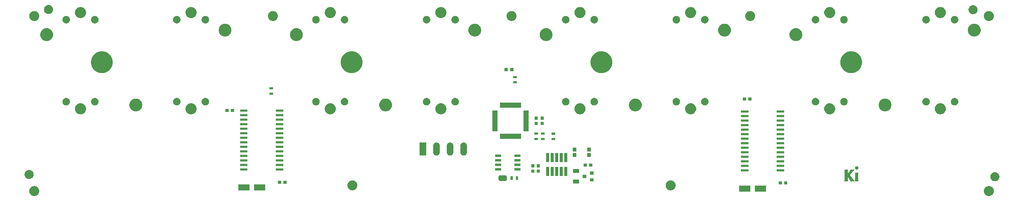
<source format=gbr>
G04 #@! TF.GenerationSoftware,KiCad,Pcbnew,(5.1.2)-2*
G04 #@! TF.CreationDate,2019-11-13T10:18:59+01:00*
G04 #@! TF.ProjectId,StepperClock,53746570-7065-4724-936c-6f636b2e6b69,v1.0*
G04 #@! TF.SameCoordinates,Original*
G04 #@! TF.FileFunction,Soldermask,Top*
G04 #@! TF.FilePolarity,Negative*
%FSLAX46Y46*%
G04 Gerber Fmt 4.6, Leading zero omitted, Abs format (unit mm)*
G04 Created by KiCad (PCBNEW (5.1.2)-2) date 2019-11-13 10:18:59*
%MOMM*%
%LPD*%
G04 APERTURE LIST*
%ADD10C,0.010000*%
%ADD11C,0.100000*%
G04 APERTURE END LIST*
D10*
G36*
X292109547Y-173359140D02*
G01*
X292654859Y-173359140D01*
X292456079Y-173560527D01*
X292126371Y-173923431D01*
X291911951Y-174197555D01*
X291833503Y-174301140D01*
X291738944Y-174421269D01*
X291638850Y-174544942D01*
X291543798Y-174659159D01*
X291464366Y-174750921D01*
X291439268Y-174778500D01*
X291357836Y-174865952D01*
X291427794Y-174957096D01*
X291563236Y-175146344D01*
X291650778Y-175285790D01*
X291705648Y-175368026D01*
X291766924Y-175447352D01*
X291772073Y-175453347D01*
X291841022Y-175536321D01*
X291921547Y-175638877D01*
X292004742Y-175749028D01*
X292081702Y-175854787D01*
X292143519Y-175944165D01*
X292179176Y-176001287D01*
X292214257Y-176054336D01*
X292272786Y-176132802D01*
X292344620Y-176223992D01*
X292419615Y-176315212D01*
X292487628Y-176393772D01*
X292524000Y-176432760D01*
X292547889Y-176458821D01*
X292590163Y-176506146D01*
X292598277Y-176515310D01*
X292659855Y-176584940D01*
X291533400Y-176584940D01*
X291533400Y-176506663D01*
X291516637Y-176430135D01*
X291469407Y-176324889D01*
X291396293Y-176198979D01*
X291301881Y-176060456D01*
X291214342Y-175946273D01*
X291143068Y-175854053D01*
X291077747Y-175763009D01*
X291030577Y-175690275D01*
X291024471Y-175679573D01*
X290984429Y-175613174D01*
X290949142Y-175565024D01*
X290940499Y-175556240D01*
X290905938Y-175517556D01*
X290865715Y-175460990D01*
X290828026Y-175412833D01*
X290797515Y-175391227D01*
X290796214Y-175391140D01*
X290787338Y-175415831D01*
X290780218Y-175487121D01*
X290775064Y-175600832D01*
X290772083Y-175752784D01*
X290771400Y-175887701D01*
X290772084Y-176067003D01*
X290774495Y-176203010D01*
X290779175Y-176303215D01*
X290786663Y-176375109D01*
X290797498Y-176426183D01*
X290812221Y-176463928D01*
X290813044Y-176465551D01*
X290848517Y-176525231D01*
X290880023Y-176563358D01*
X290882894Y-176565501D01*
X290867397Y-176571063D01*
X290808047Y-176576002D01*
X290711786Y-176580052D01*
X290585559Y-176582947D01*
X290436311Y-176584422D01*
X290384594Y-176584551D01*
X289858089Y-176584940D01*
X289887768Y-176515090D01*
X289915941Y-176456498D01*
X289938024Y-176421110D01*
X289941857Y-176391882D01*
X289945457Y-176316521D01*
X289948759Y-176199691D01*
X289951696Y-176046057D01*
X289954199Y-175860286D01*
X289956204Y-175647042D01*
X289957642Y-175410991D01*
X289958447Y-175156799D01*
X289958599Y-174985030D01*
X289958541Y-174681051D01*
X289958270Y-174423652D01*
X289957646Y-174208614D01*
X289956526Y-174031718D01*
X289954769Y-173888744D01*
X289952233Y-173775473D01*
X289948776Y-173687685D01*
X289944257Y-173621161D01*
X289938533Y-173571681D01*
X289931462Y-173535026D01*
X289922904Y-173506977D01*
X289912716Y-173483314D01*
X289907799Y-173473439D01*
X289877044Y-173411609D01*
X289858990Y-173372400D01*
X289856999Y-173366469D01*
X289881135Y-173364247D01*
X289948488Y-173362296D01*
X290051472Y-173360724D01*
X290182506Y-173359641D01*
X290334005Y-173359155D01*
X290367717Y-173359140D01*
X290540860Y-173359404D01*
X290669429Y-173360571D01*
X290759646Y-173363204D01*
X290817737Y-173367863D01*
X290849924Y-173375112D01*
X290862432Y-173385512D01*
X290861486Y-173399625D01*
X290859964Y-173403590D01*
X290826605Y-173492413D01*
X290802539Y-173580921D01*
X290786380Y-173679881D01*
X290776742Y-173800061D01*
X290772240Y-173952228D01*
X290771400Y-174091828D01*
X290771399Y-174511644D01*
X290847599Y-174438640D01*
X290895213Y-174388297D01*
X290921794Y-174351018D01*
X290923800Y-174344223D01*
X290938937Y-174318290D01*
X290978428Y-174264868D01*
X291033388Y-174194885D01*
X291094932Y-174119269D01*
X291154177Y-174048949D01*
X291202239Y-173994854D01*
X291229039Y-173968740D01*
X291251361Y-173941474D01*
X291289736Y-173885370D01*
X291317602Y-173841740D01*
X291375805Y-173754038D01*
X291438751Y-173667438D01*
X291461099Y-173639102D01*
X291505813Y-173572476D01*
X291531208Y-173511383D01*
X291533400Y-173495130D01*
X291533922Y-173451417D01*
X291539591Y-173418242D01*
X291556562Y-173394152D01*
X291590989Y-173377695D01*
X291649026Y-173367417D01*
X291736828Y-173361867D01*
X291860550Y-173359591D01*
X292026345Y-173359136D01*
X292109547Y-173359140D01*
X292109547Y-173359140D01*
G37*
X292109547Y-173359140D02*
X292654859Y-173359140D01*
X292456079Y-173560527D01*
X292126371Y-173923431D01*
X291911951Y-174197555D01*
X291833503Y-174301140D01*
X291738944Y-174421269D01*
X291638850Y-174544942D01*
X291543798Y-174659159D01*
X291464366Y-174750921D01*
X291439268Y-174778500D01*
X291357836Y-174865952D01*
X291427794Y-174957096D01*
X291563236Y-175146344D01*
X291650778Y-175285790D01*
X291705648Y-175368026D01*
X291766924Y-175447352D01*
X291772073Y-175453347D01*
X291841022Y-175536321D01*
X291921547Y-175638877D01*
X292004742Y-175749028D01*
X292081702Y-175854787D01*
X292143519Y-175944165D01*
X292179176Y-176001287D01*
X292214257Y-176054336D01*
X292272786Y-176132802D01*
X292344620Y-176223992D01*
X292419615Y-176315212D01*
X292487628Y-176393772D01*
X292524000Y-176432760D01*
X292547889Y-176458821D01*
X292590163Y-176506146D01*
X292598277Y-176515310D01*
X292659855Y-176584940D01*
X291533400Y-176584940D01*
X291533400Y-176506663D01*
X291516637Y-176430135D01*
X291469407Y-176324889D01*
X291396293Y-176198979D01*
X291301881Y-176060456D01*
X291214342Y-175946273D01*
X291143068Y-175854053D01*
X291077747Y-175763009D01*
X291030577Y-175690275D01*
X291024471Y-175679573D01*
X290984429Y-175613174D01*
X290949142Y-175565024D01*
X290940499Y-175556240D01*
X290905938Y-175517556D01*
X290865715Y-175460990D01*
X290828026Y-175412833D01*
X290797515Y-175391227D01*
X290796214Y-175391140D01*
X290787338Y-175415831D01*
X290780218Y-175487121D01*
X290775064Y-175600832D01*
X290772083Y-175752784D01*
X290771400Y-175887701D01*
X290772084Y-176067003D01*
X290774495Y-176203010D01*
X290779175Y-176303215D01*
X290786663Y-176375109D01*
X290797498Y-176426183D01*
X290812221Y-176463928D01*
X290813044Y-176465551D01*
X290848517Y-176525231D01*
X290880023Y-176563358D01*
X290882894Y-176565501D01*
X290867397Y-176571063D01*
X290808047Y-176576002D01*
X290711786Y-176580052D01*
X290585559Y-176582947D01*
X290436311Y-176584422D01*
X290384594Y-176584551D01*
X289858089Y-176584940D01*
X289887768Y-176515090D01*
X289915941Y-176456498D01*
X289938024Y-176421110D01*
X289941857Y-176391882D01*
X289945457Y-176316521D01*
X289948759Y-176199691D01*
X289951696Y-176046057D01*
X289954199Y-175860286D01*
X289956204Y-175647042D01*
X289957642Y-175410991D01*
X289958447Y-175156799D01*
X289958599Y-174985030D01*
X289958541Y-174681051D01*
X289958270Y-174423652D01*
X289957646Y-174208614D01*
X289956526Y-174031718D01*
X289954769Y-173888744D01*
X289952233Y-173775473D01*
X289948776Y-173687685D01*
X289944257Y-173621161D01*
X289938533Y-173571681D01*
X289931462Y-173535026D01*
X289922904Y-173506977D01*
X289912716Y-173483314D01*
X289907799Y-173473439D01*
X289877044Y-173411609D01*
X289858990Y-173372400D01*
X289856999Y-173366469D01*
X289881135Y-173364247D01*
X289948488Y-173362296D01*
X290051472Y-173360724D01*
X290182506Y-173359641D01*
X290334005Y-173359155D01*
X290367717Y-173359140D01*
X290540860Y-173359404D01*
X290669429Y-173360571D01*
X290759646Y-173363204D01*
X290817737Y-173367863D01*
X290849924Y-173375112D01*
X290862432Y-173385512D01*
X290861486Y-173399625D01*
X290859964Y-173403590D01*
X290826605Y-173492413D01*
X290802539Y-173580921D01*
X290786380Y-173679881D01*
X290776742Y-173800061D01*
X290772240Y-173952228D01*
X290771400Y-174091828D01*
X290771399Y-174511644D01*
X290847599Y-174438640D01*
X290895213Y-174388297D01*
X290921794Y-174351018D01*
X290923800Y-174344223D01*
X290938937Y-174318290D01*
X290978428Y-174264868D01*
X291033388Y-174194885D01*
X291094932Y-174119269D01*
X291154177Y-174048949D01*
X291202239Y-173994854D01*
X291229039Y-173968740D01*
X291251361Y-173941474D01*
X291289736Y-173885370D01*
X291317602Y-173841740D01*
X291375805Y-173754038D01*
X291438751Y-173667438D01*
X291461099Y-173639102D01*
X291505813Y-173572476D01*
X291531208Y-173511383D01*
X291533400Y-173495130D01*
X291533922Y-173451417D01*
X291539591Y-173418242D01*
X291556562Y-173394152D01*
X291590989Y-173377695D01*
X291649026Y-173367417D01*
X291736828Y-173361867D01*
X291860550Y-173359591D01*
X292026345Y-173359136D01*
X292109547Y-173359140D01*
G36*
X293692400Y-175322785D02*
G01*
X293692621Y-175594268D01*
X293693383Y-175819358D01*
X293694826Y-176002461D01*
X293697094Y-176147980D01*
X293700331Y-176260323D01*
X293704678Y-176343895D01*
X293710280Y-176403099D01*
X293717278Y-176442343D01*
X293725816Y-176466032D01*
X293729692Y-176472135D01*
X293755978Y-176509683D01*
X293766691Y-176537825D01*
X293756510Y-176557914D01*
X293720112Y-176571303D01*
X293652176Y-176579345D01*
X293547378Y-176583393D01*
X293400398Y-176584800D01*
X293286000Y-176584940D01*
X293135718Y-176584255D01*
X293004527Y-176582348D01*
X292900227Y-176579442D01*
X292830619Y-176575757D01*
X292803505Y-176571516D01*
X292803400Y-176571228D01*
X292813955Y-176542194D01*
X292840526Y-176485249D01*
X292854200Y-176457940D01*
X292867066Y-176430500D01*
X292877559Y-176400134D01*
X292885920Y-176361660D01*
X292892391Y-176309895D01*
X292897211Y-176239658D01*
X292900622Y-176145767D01*
X292902865Y-176023041D01*
X292904181Y-175866299D01*
X292904810Y-175670357D01*
X292904995Y-175430036D01*
X292905000Y-175365490D01*
X292904747Y-175108009D01*
X292903871Y-174896489D01*
X292902196Y-174726091D01*
X292899548Y-174591978D01*
X292895750Y-174489311D01*
X292890627Y-174413253D01*
X292884003Y-174358966D01*
X292875703Y-174321612D01*
X292866247Y-174297678D01*
X292827495Y-174222740D01*
X293692400Y-174222740D01*
X293692400Y-175322785D01*
X293692400Y-175322785D01*
G37*
X293692400Y-175322785D02*
X293692621Y-175594268D01*
X293693383Y-175819358D01*
X293694826Y-176002461D01*
X293697094Y-176147980D01*
X293700331Y-176260323D01*
X293704678Y-176343895D01*
X293710280Y-176403099D01*
X293717278Y-176442343D01*
X293725816Y-176466032D01*
X293729692Y-176472135D01*
X293755978Y-176509683D01*
X293766691Y-176537825D01*
X293756510Y-176557914D01*
X293720112Y-176571303D01*
X293652176Y-176579345D01*
X293547378Y-176583393D01*
X293400398Y-176584800D01*
X293286000Y-176584940D01*
X293135718Y-176584255D01*
X293004527Y-176582348D01*
X292900227Y-176579442D01*
X292830619Y-176575757D01*
X292803505Y-176571516D01*
X292803400Y-176571228D01*
X292813955Y-176542194D01*
X292840526Y-176485249D01*
X292854200Y-176457940D01*
X292867066Y-176430500D01*
X292877559Y-176400134D01*
X292885920Y-176361660D01*
X292892391Y-176309895D01*
X292897211Y-176239658D01*
X292900622Y-176145767D01*
X292902865Y-176023041D01*
X292904181Y-175866299D01*
X292904810Y-175670357D01*
X292904995Y-175430036D01*
X292905000Y-175365490D01*
X292904747Y-175108009D01*
X292903871Y-174896489D01*
X292902196Y-174726091D01*
X292899548Y-174591978D01*
X292895750Y-174489311D01*
X292890627Y-174413253D01*
X292884003Y-174358966D01*
X292875703Y-174321612D01*
X292866247Y-174297678D01*
X292827495Y-174222740D01*
X293692400Y-174222740D01*
X293692400Y-175322785D01*
G36*
X293451741Y-172456700D02*
G01*
X293569345Y-172523135D01*
X293662823Y-172625785D01*
X293706612Y-172711864D01*
X293737222Y-172850354D01*
X293728121Y-172988331D01*
X293680773Y-173109824D01*
X293668388Y-173128590D01*
X293577949Y-173216148D01*
X293459071Y-173276293D01*
X293326133Y-173306158D01*
X293193513Y-173302874D01*
X293075590Y-173263572D01*
X293054806Y-173250984D01*
X292972537Y-173172134D01*
X292904714Y-173063510D01*
X292862547Y-172946035D01*
X292854200Y-172876539D01*
X292873474Y-172767315D01*
X292923990Y-172652850D01*
X292994782Y-172553898D01*
X293050442Y-172505035D01*
X293182661Y-172444616D01*
X293319637Y-172429516D01*
X293451741Y-172456700D01*
X293451741Y-172456700D01*
G37*
X293451741Y-172456700D02*
X293569345Y-172523135D01*
X293662823Y-172625785D01*
X293706612Y-172711864D01*
X293737222Y-172850354D01*
X293728121Y-172988331D01*
X293680773Y-173109824D01*
X293668388Y-173128590D01*
X293577949Y-173216148D01*
X293459071Y-173276293D01*
X293326133Y-173306158D01*
X293193513Y-173302874D01*
X293075590Y-173263572D01*
X293054806Y-173250984D01*
X292972537Y-173172134D01*
X292904714Y-173063510D01*
X292862547Y-172946035D01*
X292854200Y-172876539D01*
X292873474Y-172767315D01*
X292923990Y-172652850D01*
X292994782Y-172553898D01*
X293050442Y-172505035D01*
X293182661Y-172444616D01*
X293319637Y-172429516D01*
X293451741Y-172456700D01*
D11*
G36*
X330694233Y-178034893D02*
G01*
X330784457Y-178052839D01*
X330890067Y-178096585D01*
X331039421Y-178158449D01*
X331039422Y-178158450D01*
X331268886Y-178311772D01*
X331464028Y-178506914D01*
X331566475Y-178660237D01*
X331617351Y-178736379D01*
X331722961Y-178991344D01*
X331776800Y-179262012D01*
X331776800Y-179537988D01*
X331722961Y-179808656D01*
X331617351Y-180063621D01*
X331617350Y-180063622D01*
X331464028Y-180293086D01*
X331268886Y-180488228D01*
X331115563Y-180590675D01*
X331039421Y-180641551D01*
X330890067Y-180703415D01*
X330784457Y-180747161D01*
X330694233Y-180765107D01*
X330513788Y-180801000D01*
X330237812Y-180801000D01*
X330057367Y-180765107D01*
X329967143Y-180747161D01*
X329861533Y-180703415D01*
X329712179Y-180641551D01*
X329636037Y-180590675D01*
X329482714Y-180488228D01*
X329287572Y-180293086D01*
X329134250Y-180063622D01*
X329134249Y-180063621D01*
X329028639Y-179808656D01*
X328974800Y-179537988D01*
X328974800Y-179262012D01*
X329028639Y-178991344D01*
X329134249Y-178736379D01*
X329185125Y-178660237D01*
X329287572Y-178506914D01*
X329482714Y-178311772D01*
X329712178Y-178158450D01*
X329712179Y-178158449D01*
X329861533Y-178096585D01*
X329967143Y-178052839D01*
X330057367Y-178034893D01*
X330237812Y-177999000D01*
X330513788Y-177999000D01*
X330694233Y-178034893D01*
X330694233Y-178034893D01*
G37*
G36*
X63124233Y-178034893D02*
G01*
X63214457Y-178052839D01*
X63320067Y-178096585D01*
X63469421Y-178158449D01*
X63469422Y-178158450D01*
X63698886Y-178311772D01*
X63894028Y-178506914D01*
X63996475Y-178660237D01*
X64047351Y-178736379D01*
X64152961Y-178991344D01*
X64206800Y-179262012D01*
X64206800Y-179537988D01*
X64152961Y-179808656D01*
X64047351Y-180063621D01*
X64047350Y-180063622D01*
X63894028Y-180293086D01*
X63698886Y-180488228D01*
X63545563Y-180590675D01*
X63469421Y-180641551D01*
X63320067Y-180703415D01*
X63214457Y-180747161D01*
X63124233Y-180765107D01*
X62943788Y-180801000D01*
X62667812Y-180801000D01*
X62487367Y-180765107D01*
X62397143Y-180747161D01*
X62291533Y-180703415D01*
X62142179Y-180641551D01*
X62066037Y-180590675D01*
X61912714Y-180488228D01*
X61717572Y-180293086D01*
X61564250Y-180063622D01*
X61564249Y-180063621D01*
X61458639Y-179808656D01*
X61404800Y-179537988D01*
X61404800Y-179262012D01*
X61458639Y-178991344D01*
X61564249Y-178736379D01*
X61615125Y-178660237D01*
X61717572Y-178506914D01*
X61912714Y-178311772D01*
X62142178Y-178158450D01*
X62142179Y-178158449D01*
X62291533Y-178096585D01*
X62397143Y-178052839D01*
X62487367Y-178034893D01*
X62667812Y-177999000D01*
X62943788Y-177999000D01*
X63124233Y-178034893D01*
X63124233Y-178034893D01*
G37*
G36*
X263516800Y-179611740D02*
G01*
X260414800Y-179611740D01*
X260414800Y-177909740D01*
X263516800Y-177909740D01*
X263516800Y-179611740D01*
X263516800Y-179611740D01*
G37*
G36*
X267916800Y-179611740D02*
G01*
X264814800Y-179611740D01*
X264814800Y-177909740D01*
X267916800Y-177909740D01*
X267916800Y-179611740D01*
X267916800Y-179611740D01*
G37*
G36*
X127546800Y-179221740D02*
G01*
X124444800Y-179221740D01*
X124444800Y-177519740D01*
X127546800Y-177519740D01*
X127546800Y-179221740D01*
X127546800Y-179221740D01*
G37*
G36*
X123146800Y-179221740D02*
G01*
X120044800Y-179221740D01*
X120044800Y-177519740D01*
X123146800Y-177519740D01*
X123146800Y-179221740D01*
X123146800Y-179221740D01*
G37*
G36*
X241504233Y-176435633D02*
G01*
X241594457Y-176453579D01*
X241680139Y-176489070D01*
X241849421Y-176559189D01*
X241869480Y-176572592D01*
X242078886Y-176712512D01*
X242274028Y-176907654D01*
X242376475Y-177060977D01*
X242427351Y-177137119D01*
X242532961Y-177392084D01*
X242586800Y-177662752D01*
X242586800Y-177938728D01*
X242532961Y-178209396D01*
X242427351Y-178464361D01*
X242427350Y-178464362D01*
X242274028Y-178693826D01*
X242078886Y-178888968D01*
X241925670Y-178991343D01*
X241849421Y-179042291D01*
X241700067Y-179104155D01*
X241594457Y-179147901D01*
X241504233Y-179165847D01*
X241323788Y-179201740D01*
X241047812Y-179201740D01*
X240867367Y-179165847D01*
X240777143Y-179147901D01*
X240671533Y-179104155D01*
X240522179Y-179042291D01*
X240445930Y-178991343D01*
X240292714Y-178888968D01*
X240097572Y-178693826D01*
X239944250Y-178464362D01*
X239944249Y-178464361D01*
X239838639Y-178209396D01*
X239784800Y-177938728D01*
X239784800Y-177662752D01*
X239838639Y-177392084D01*
X239944249Y-177137119D01*
X239995125Y-177060977D01*
X240097572Y-176907654D01*
X240292714Y-176712512D01*
X240502120Y-176572592D01*
X240522179Y-176559189D01*
X240691461Y-176489070D01*
X240777143Y-176453579D01*
X240867367Y-176435633D01*
X241047812Y-176399740D01*
X241323788Y-176399740D01*
X241504233Y-176435633D01*
X241504233Y-176435633D01*
G37*
G36*
X152294233Y-176435633D02*
G01*
X152384457Y-176453579D01*
X152470139Y-176489070D01*
X152639421Y-176559189D01*
X152659480Y-176572592D01*
X152868886Y-176712512D01*
X153064028Y-176907654D01*
X153166475Y-177060977D01*
X153217351Y-177137119D01*
X153322961Y-177392084D01*
X153376800Y-177662752D01*
X153376800Y-177938728D01*
X153322961Y-178209396D01*
X153217351Y-178464361D01*
X153217350Y-178464362D01*
X153064028Y-178693826D01*
X152868886Y-178888968D01*
X152715670Y-178991343D01*
X152639421Y-179042291D01*
X152490067Y-179104155D01*
X152384457Y-179147901D01*
X152294233Y-179165847D01*
X152113788Y-179201740D01*
X151837812Y-179201740D01*
X151657367Y-179165847D01*
X151567143Y-179147901D01*
X151461533Y-179104155D01*
X151312179Y-179042291D01*
X151235930Y-178991343D01*
X151082714Y-178888968D01*
X150887572Y-178693826D01*
X150734250Y-178464362D01*
X150734249Y-178464361D01*
X150628639Y-178209396D01*
X150574800Y-177938728D01*
X150574800Y-177662752D01*
X150628639Y-177392084D01*
X150734249Y-177137119D01*
X150785125Y-177060977D01*
X150887572Y-176907654D01*
X151082714Y-176712512D01*
X151292120Y-176572592D01*
X151312179Y-176559189D01*
X151481461Y-176489070D01*
X151567143Y-176453579D01*
X151657367Y-176435633D01*
X151837812Y-176399740D01*
X152113788Y-176399740D01*
X152294233Y-176435633D01*
X152294233Y-176435633D01*
G37*
G36*
X272376800Y-177556740D02*
G01*
X271474800Y-177556740D01*
X271474800Y-176704740D01*
X272376800Y-176704740D01*
X272376800Y-177556740D01*
X272376800Y-177556740D01*
G37*
G36*
X273876800Y-177556740D02*
G01*
X272974800Y-177556740D01*
X272974800Y-176704740D01*
X273876800Y-176704740D01*
X273876800Y-177556740D01*
X273876800Y-177556740D01*
G37*
G36*
X133536800Y-177356740D02*
G01*
X132634800Y-177356740D01*
X132634800Y-176504740D01*
X133536800Y-176504740D01*
X133536800Y-177356740D01*
X133536800Y-177356740D01*
G37*
G36*
X132036800Y-177356740D02*
G01*
X131134800Y-177356740D01*
X131134800Y-176504740D01*
X132036800Y-176504740D01*
X132036800Y-177356740D01*
X132036800Y-177356740D01*
G37*
G36*
X215496800Y-177321740D02*
G01*
X213794800Y-177321740D01*
X213794800Y-176219740D01*
X215496800Y-176219740D01*
X215496800Y-177321740D01*
X215496800Y-177321740D01*
G37*
G36*
X219566800Y-176711740D02*
G01*
X218564800Y-176711740D01*
X218564800Y-175809740D01*
X219566800Y-175809740D01*
X219566800Y-176711740D01*
X219566800Y-176711740D01*
G37*
G36*
X332308564Y-174125142D02*
G01*
X332431245Y-174149545D01*
X332662371Y-174245281D01*
X332767079Y-174315245D01*
X332856951Y-174375295D01*
X332870378Y-174384267D01*
X333047273Y-174561162D01*
X333186259Y-174769169D01*
X333281995Y-175000295D01*
X333301429Y-175097998D01*
X333330800Y-175245655D01*
X333330800Y-175495825D01*
X333327833Y-175510742D01*
X333281995Y-175741185D01*
X333186259Y-175972311D01*
X333144085Y-176035429D01*
X333047274Y-176180317D01*
X332870377Y-176357214D01*
X332806732Y-176399740D01*
X332662371Y-176496199D01*
X332662370Y-176496200D01*
X332662369Y-176496200D01*
X332603124Y-176520740D01*
X332431245Y-176591935D01*
X332308564Y-176616338D01*
X332185885Y-176640740D01*
X331935715Y-176640740D01*
X331813036Y-176616338D01*
X331690355Y-176591935D01*
X331518476Y-176520740D01*
X331459231Y-176496200D01*
X331459230Y-176496200D01*
X331459229Y-176496199D01*
X331314868Y-176399740D01*
X331251223Y-176357214D01*
X331074326Y-176180317D01*
X330977515Y-176035429D01*
X330935341Y-175972311D01*
X330839605Y-175741185D01*
X330793767Y-175510742D01*
X330790800Y-175495825D01*
X330790800Y-175245655D01*
X330820171Y-175097998D01*
X330839605Y-175000295D01*
X330935341Y-174769169D01*
X331074327Y-174561162D01*
X331251222Y-174384267D01*
X331264650Y-174375295D01*
X331354521Y-174315245D01*
X331459229Y-174245281D01*
X331690355Y-174149545D01*
X331813035Y-174125143D01*
X331935715Y-174100740D01*
X332185885Y-174100740D01*
X332308564Y-174125142D01*
X332308564Y-174125142D01*
G37*
G36*
X193970799Y-174970477D02*
G01*
X193980408Y-174973392D01*
X193989272Y-174978130D01*
X193997037Y-174984503D01*
X194007248Y-174996946D01*
X194014178Y-175007315D01*
X194031505Y-175024642D01*
X194051880Y-175038255D01*
X194074520Y-175047631D01*
X194098553Y-175052411D01*
X194123057Y-175052410D01*
X194147090Y-175047628D01*
X194169729Y-175038250D01*
X194190102Y-175024635D01*
X194207429Y-175007308D01*
X194214358Y-174996938D01*
X194224563Y-174984503D01*
X194232328Y-174978130D01*
X194241192Y-174973392D01*
X194250801Y-174970477D01*
X194266940Y-174968888D01*
X194754661Y-174968888D01*
X194772999Y-174970694D01*
X194785250Y-174971296D01*
X194803669Y-174971296D01*
X194825949Y-174973490D01*
X194910033Y-174990216D01*
X194931460Y-174996716D01*
X195010658Y-175029520D01*
X195016103Y-175032431D01*
X195016109Y-175032433D01*
X195024969Y-175037169D01*
X195024973Y-175037172D01*
X195030414Y-175040080D01*
X195101699Y-175087711D01*
X195119004Y-175101912D01*
X195179628Y-175162536D01*
X195193829Y-175179841D01*
X195241460Y-175251126D01*
X195244368Y-175256567D01*
X195244371Y-175256571D01*
X195249107Y-175265431D01*
X195249109Y-175265437D01*
X195252020Y-175270882D01*
X195284824Y-175350080D01*
X195291324Y-175371507D01*
X195308050Y-175455591D01*
X195310244Y-175477871D01*
X195310244Y-175496290D01*
X195310846Y-175508541D01*
X195312652Y-175526879D01*
X195312652Y-176014602D01*
X195310846Y-176032939D01*
X195310244Y-176045190D01*
X195310244Y-176063609D01*
X195308050Y-176085889D01*
X195291324Y-176169973D01*
X195284824Y-176191400D01*
X195252020Y-176270598D01*
X195249109Y-176276043D01*
X195249107Y-176276049D01*
X195244371Y-176284909D01*
X195244368Y-176284913D01*
X195241460Y-176290354D01*
X195193829Y-176361639D01*
X195179628Y-176378944D01*
X195119004Y-176439568D01*
X195101699Y-176453769D01*
X195030414Y-176501400D01*
X195024973Y-176504308D01*
X195024969Y-176504311D01*
X195016109Y-176509047D01*
X195016103Y-176509049D01*
X195010658Y-176511960D01*
X194931460Y-176544764D01*
X194910033Y-176551264D01*
X194825949Y-176567990D01*
X194803669Y-176570184D01*
X194785250Y-176570184D01*
X194772999Y-176570786D01*
X194754662Y-176572592D01*
X194266940Y-176572592D01*
X194250801Y-176571003D01*
X194241192Y-176568088D01*
X194232328Y-176563350D01*
X194224563Y-176556977D01*
X194214352Y-176544534D01*
X194207422Y-176534165D01*
X194190095Y-176516838D01*
X194169720Y-176503225D01*
X194147080Y-176493849D01*
X194123047Y-176489069D01*
X194098543Y-176489070D01*
X194074510Y-176493852D01*
X194051871Y-176503230D01*
X194031498Y-176516845D01*
X194014171Y-176534172D01*
X194007242Y-176544542D01*
X193997037Y-176556977D01*
X193989272Y-176563350D01*
X193980408Y-176568088D01*
X193970799Y-176571003D01*
X193954660Y-176572592D01*
X193466938Y-176572592D01*
X193448601Y-176570786D01*
X193436350Y-176570184D01*
X193417931Y-176570184D01*
X193395651Y-176567990D01*
X193311567Y-176551264D01*
X193290140Y-176544764D01*
X193210942Y-176511960D01*
X193205497Y-176509049D01*
X193205491Y-176509047D01*
X193196631Y-176504311D01*
X193196627Y-176504308D01*
X193191186Y-176501400D01*
X193119901Y-176453769D01*
X193102596Y-176439568D01*
X193041972Y-176378944D01*
X193027771Y-176361639D01*
X192980140Y-176290354D01*
X192977232Y-176284913D01*
X192977229Y-176284909D01*
X192972493Y-176276049D01*
X192972491Y-176276043D01*
X192969580Y-176270598D01*
X192936776Y-176191400D01*
X192930276Y-176169973D01*
X192913550Y-176085889D01*
X192911356Y-176063609D01*
X192911356Y-176045190D01*
X192910754Y-176032939D01*
X192908948Y-176014602D01*
X192908948Y-175526879D01*
X192910754Y-175508541D01*
X192911356Y-175496290D01*
X192911356Y-175477871D01*
X192913550Y-175455591D01*
X192930276Y-175371507D01*
X192936776Y-175350080D01*
X192969580Y-175270882D01*
X192972491Y-175265437D01*
X192972493Y-175265431D01*
X192977229Y-175256571D01*
X192977232Y-175256567D01*
X192980140Y-175251126D01*
X193027771Y-175179841D01*
X193041972Y-175162536D01*
X193102596Y-175101912D01*
X193119901Y-175087711D01*
X193191186Y-175040080D01*
X193196627Y-175037172D01*
X193196631Y-175037169D01*
X193205491Y-175032433D01*
X193205497Y-175032431D01*
X193210942Y-175029520D01*
X193290140Y-174996716D01*
X193311567Y-174990216D01*
X193395651Y-174973490D01*
X193417931Y-174971296D01*
X193436350Y-174971296D01*
X193448601Y-174970694D01*
X193466939Y-174968888D01*
X193954660Y-174968888D01*
X193970799Y-174970477D01*
X193970799Y-174970477D01*
G37*
G36*
X198436800Y-176246740D02*
G01*
X197834800Y-176246740D01*
X197834800Y-175244740D01*
X198436800Y-175244740D01*
X198436800Y-176246740D01*
X198436800Y-176246740D01*
G37*
G36*
X196936800Y-176246740D02*
G01*
X196334800Y-176246740D01*
X196334800Y-175244740D01*
X196936800Y-175244740D01*
X196936800Y-176246740D01*
X196936800Y-176246740D01*
G37*
G36*
X61608565Y-173500143D02*
G01*
X61731245Y-173524545D01*
X61962371Y-173620281D01*
X62170378Y-173759267D01*
X62347273Y-173936162D01*
X62486259Y-174144169D01*
X62581995Y-174375295D01*
X62630800Y-174620656D01*
X62630800Y-174870824D01*
X62581995Y-175116185D01*
X62486259Y-175347311D01*
X62416295Y-175452019D01*
X62347274Y-175555317D01*
X62170377Y-175732214D01*
X62126188Y-175761740D01*
X61962371Y-175871199D01*
X61731245Y-175966935D01*
X61608564Y-175991338D01*
X61485885Y-176015740D01*
X61235715Y-176015740D01*
X61113036Y-175991338D01*
X60990355Y-175966935D01*
X60759229Y-175871199D01*
X60595412Y-175761740D01*
X60551223Y-175732214D01*
X60374326Y-175555317D01*
X60305305Y-175452019D01*
X60235341Y-175347311D01*
X60139605Y-175116185D01*
X60090800Y-174870824D01*
X60090800Y-174620656D01*
X60139605Y-174375295D01*
X60235341Y-174144169D01*
X60374327Y-173936162D01*
X60551222Y-173759267D01*
X60759229Y-173620281D01*
X60990355Y-173524545D01*
X61113035Y-173500143D01*
X61235715Y-173475740D01*
X61485885Y-173475740D01*
X61608565Y-173500143D01*
X61608565Y-173500143D01*
G37*
G36*
X217566800Y-175761740D02*
G01*
X216564800Y-175761740D01*
X216564800Y-174859740D01*
X217566800Y-174859740D01*
X217566800Y-175761740D01*
X217566800Y-175761740D01*
G37*
G36*
X207096800Y-175151740D02*
G01*
X206254800Y-175151740D01*
X206254800Y-172649740D01*
X207096800Y-172649740D01*
X207096800Y-175151740D01*
X207096800Y-175151740D01*
G37*
G36*
X208366800Y-175151740D02*
G01*
X207524800Y-175151740D01*
X207524800Y-172649740D01*
X208366800Y-172649740D01*
X208366800Y-175151740D01*
X208366800Y-175151740D01*
G37*
G36*
X209636800Y-175151740D02*
G01*
X208794800Y-175151740D01*
X208794800Y-172649740D01*
X209636800Y-172649740D01*
X209636800Y-175151740D01*
X209636800Y-175151740D01*
G37*
G36*
X212176800Y-175151740D02*
G01*
X211334800Y-175151740D01*
X211334800Y-172649740D01*
X212176800Y-172649740D01*
X212176800Y-175151740D01*
X212176800Y-175151740D01*
G37*
G36*
X210906800Y-175151740D02*
G01*
X210064800Y-175151740D01*
X210064800Y-172649740D01*
X210906800Y-172649740D01*
X210906800Y-175151740D01*
X210906800Y-175151740D01*
G37*
G36*
X219566800Y-174811740D02*
G01*
X218564800Y-174811740D01*
X218564800Y-173909740D01*
X219566800Y-173909740D01*
X219566800Y-174811740D01*
X219566800Y-174811740D01*
G37*
G36*
X215496800Y-174321740D02*
G01*
X213794800Y-174321740D01*
X213794800Y-173219740D01*
X215496800Y-173219740D01*
X215496800Y-174321740D01*
X215496800Y-174321740D01*
G37*
G36*
X204501800Y-174261740D02*
G01*
X203649800Y-174261740D01*
X203649800Y-173359740D01*
X204501800Y-173359740D01*
X204501800Y-174261740D01*
X204501800Y-174261740D01*
G37*
G36*
X202971800Y-174261740D02*
G01*
X202119800Y-174261740D01*
X202119800Y-173359740D01*
X202971800Y-173359740D01*
X202971800Y-174261740D01*
X202971800Y-174261740D01*
G37*
G36*
X262976060Y-173902540D02*
G01*
X260874060Y-173902540D01*
X260874060Y-173300540D01*
X262976060Y-173300540D01*
X262976060Y-173902540D01*
X262976060Y-173902540D01*
G37*
G36*
X272976060Y-173902540D02*
G01*
X270874060Y-173902540D01*
X270874060Y-173300540D01*
X272976060Y-173300540D01*
X272976060Y-173902540D01*
X272976060Y-173902540D01*
G37*
G36*
X132587540Y-173680940D02*
G01*
X130485540Y-173680940D01*
X130485540Y-173078940D01*
X132587540Y-173078940D01*
X132587540Y-173680940D01*
X132587540Y-173680940D01*
G37*
G36*
X122587540Y-173680940D02*
G01*
X120485540Y-173680940D01*
X120485540Y-173078940D01*
X122587540Y-173078940D01*
X122587540Y-173680940D01*
X122587540Y-173680940D01*
G37*
G36*
X193661800Y-173626740D02*
G01*
X192009800Y-173626740D01*
X192009800Y-172924740D01*
X193661800Y-172924740D01*
X193661800Y-173626740D01*
X193661800Y-173626740D01*
G37*
G36*
X199061800Y-173626740D02*
G01*
X197409800Y-173626740D01*
X197409800Y-172924740D01*
X199061800Y-172924740D01*
X199061800Y-173626740D01*
X199061800Y-173626740D01*
G37*
G36*
X204501800Y-172761740D02*
G01*
X203649800Y-172761740D01*
X203649800Y-171859740D01*
X204501800Y-171859740D01*
X204501800Y-172761740D01*
X204501800Y-172761740D01*
G37*
G36*
X202971800Y-172761740D02*
G01*
X202119800Y-172761740D01*
X202119800Y-171859740D01*
X202971800Y-171859740D01*
X202971800Y-172761740D01*
X202971800Y-172761740D01*
G37*
G36*
X272976060Y-172632540D02*
G01*
X270874060Y-172632540D01*
X270874060Y-172030540D01*
X272976060Y-172030540D01*
X272976060Y-172632540D01*
X272976060Y-172632540D01*
G37*
G36*
X262976060Y-172632540D02*
G01*
X260874060Y-172632540D01*
X260874060Y-172030540D01*
X262976060Y-172030540D01*
X262976060Y-172632540D01*
X262976060Y-172632540D01*
G37*
G36*
X219226800Y-172536740D02*
G01*
X218324800Y-172536740D01*
X218324800Y-171684740D01*
X219226800Y-171684740D01*
X219226800Y-172536740D01*
X219226800Y-172536740D01*
G37*
G36*
X217726800Y-172536740D02*
G01*
X216824800Y-172536740D01*
X216824800Y-171684740D01*
X217726800Y-171684740D01*
X217726800Y-172536740D01*
X217726800Y-172536740D01*
G37*
G36*
X132587540Y-172410940D02*
G01*
X130485540Y-172410940D01*
X130485540Y-171808940D01*
X132587540Y-171808940D01*
X132587540Y-172410940D01*
X132587540Y-172410940D01*
G37*
G36*
X122587540Y-172410940D02*
G01*
X120485540Y-172410940D01*
X120485540Y-171808940D01*
X122587540Y-171808940D01*
X122587540Y-172410940D01*
X122587540Y-172410940D01*
G37*
G36*
X193661800Y-172356740D02*
G01*
X192009800Y-172356740D01*
X192009800Y-171654740D01*
X193661800Y-171654740D01*
X193661800Y-172356740D01*
X193661800Y-172356740D01*
G37*
G36*
X199061800Y-172356740D02*
G01*
X197409800Y-172356740D01*
X197409800Y-171654740D01*
X199061800Y-171654740D01*
X199061800Y-172356740D01*
X199061800Y-172356740D01*
G37*
G36*
X272976060Y-171362540D02*
G01*
X270874060Y-171362540D01*
X270874060Y-170760540D01*
X272976060Y-170760540D01*
X272976060Y-171362540D01*
X272976060Y-171362540D01*
G37*
G36*
X262976060Y-171362540D02*
G01*
X260874060Y-171362540D01*
X260874060Y-170760540D01*
X262976060Y-170760540D01*
X262976060Y-171362540D01*
X262976060Y-171362540D01*
G37*
G36*
X212176800Y-171251740D02*
G01*
X211334800Y-171251740D01*
X211334800Y-168749740D01*
X212176800Y-168749740D01*
X212176800Y-171251740D01*
X212176800Y-171251740D01*
G37*
G36*
X210906800Y-171251740D02*
G01*
X210064800Y-171251740D01*
X210064800Y-168749740D01*
X210906800Y-168749740D01*
X210906800Y-171251740D01*
X210906800Y-171251740D01*
G37*
G36*
X208366800Y-171251740D02*
G01*
X207524800Y-171251740D01*
X207524800Y-168749740D01*
X208366800Y-168749740D01*
X208366800Y-171251740D01*
X208366800Y-171251740D01*
G37*
G36*
X209636800Y-171251740D02*
G01*
X208794800Y-171251740D01*
X208794800Y-168749740D01*
X209636800Y-168749740D01*
X209636800Y-171251740D01*
X209636800Y-171251740D01*
G37*
G36*
X207096800Y-171251740D02*
G01*
X206254800Y-171251740D01*
X206254800Y-168749740D01*
X207096800Y-168749740D01*
X207096800Y-171251740D01*
X207096800Y-171251740D01*
G37*
G36*
X132587540Y-171140940D02*
G01*
X130485540Y-171140940D01*
X130485540Y-170538940D01*
X132587540Y-170538940D01*
X132587540Y-171140940D01*
X132587540Y-171140940D01*
G37*
G36*
X122587540Y-171140940D02*
G01*
X120485540Y-171140940D01*
X120485540Y-170538940D01*
X122587540Y-170538940D01*
X122587540Y-171140940D01*
X122587540Y-171140940D01*
G37*
G36*
X199061800Y-171086740D02*
G01*
X197409800Y-171086740D01*
X197409800Y-170384740D01*
X199061800Y-170384740D01*
X199061800Y-171086740D01*
X199061800Y-171086740D01*
G37*
G36*
X193661800Y-171086740D02*
G01*
X192009800Y-171086740D01*
X192009800Y-170384740D01*
X193661800Y-170384740D01*
X193661800Y-171086740D01*
X193661800Y-171086740D01*
G37*
G36*
X262976060Y-170092540D02*
G01*
X260874060Y-170092540D01*
X260874060Y-169490540D01*
X262976060Y-169490540D01*
X262976060Y-170092540D01*
X262976060Y-170092540D01*
G37*
G36*
X272976060Y-170092540D02*
G01*
X270874060Y-170092540D01*
X270874060Y-169490540D01*
X272976060Y-169490540D01*
X272976060Y-170092540D01*
X272976060Y-170092540D01*
G37*
G36*
X214736800Y-169871740D02*
G01*
X213734800Y-169871740D01*
X213734800Y-168769740D01*
X214736800Y-168769740D01*
X214736800Y-169871740D01*
X214736800Y-169871740D01*
G37*
G36*
X218836800Y-169871740D02*
G01*
X217834800Y-169871740D01*
X217834800Y-168769740D01*
X218836800Y-168769740D01*
X218836800Y-169871740D01*
X218836800Y-169871740D01*
G37*
G36*
X122587540Y-169870940D02*
G01*
X120485540Y-169870940D01*
X120485540Y-169268940D01*
X122587540Y-169268940D01*
X122587540Y-169870940D01*
X122587540Y-169870940D01*
G37*
G36*
X132587540Y-169870940D02*
G01*
X130485540Y-169870940D01*
X130485540Y-169268940D01*
X132587540Y-169268940D01*
X132587540Y-169870940D01*
X132587540Y-169870940D01*
G37*
G36*
X193661800Y-169816740D02*
G01*
X192009800Y-169816740D01*
X192009800Y-169114740D01*
X193661800Y-169114740D01*
X193661800Y-169816740D01*
X193661800Y-169816740D01*
G37*
G36*
X199061800Y-169816740D02*
G01*
X197409800Y-169816740D01*
X197409800Y-169114740D01*
X199061800Y-169114740D01*
X199061800Y-169816740D01*
X199061800Y-169816740D01*
G37*
G36*
X175732224Y-165758500D02*
G01*
X175732227Y-165758501D01*
X175732228Y-165758501D01*
X175911492Y-165812880D01*
X175911495Y-165812882D01*
X175911496Y-165812882D01*
X176076703Y-165901186D01*
X176221512Y-166020028D01*
X176340354Y-166164837D01*
X176403267Y-166282540D01*
X176428660Y-166330047D01*
X176428660Y-166330048D01*
X176483040Y-166509315D01*
X176496800Y-166649022D01*
X176496800Y-168542458D01*
X176483040Y-168682165D01*
X176483039Y-168682168D01*
X176483039Y-168682169D01*
X176428660Y-168861433D01*
X176428658Y-168861436D01*
X176428658Y-168861437D01*
X176340354Y-169026643D01*
X176221512Y-169171452D01*
X176076703Y-169290294D01*
X175911497Y-169378598D01*
X175911493Y-169378600D01*
X175732229Y-169432979D01*
X175732228Y-169432979D01*
X175732225Y-169432980D01*
X175545800Y-169451341D01*
X175359376Y-169432980D01*
X175359373Y-169432979D01*
X175359372Y-169432979D01*
X175180108Y-169378600D01*
X175180104Y-169378598D01*
X175014898Y-169290294D01*
X174870089Y-169171452D01*
X174751247Y-169026643D01*
X174662943Y-168861437D01*
X174662943Y-168861436D01*
X174662941Y-168861433D01*
X174608562Y-168682169D01*
X174608562Y-168682168D01*
X174608561Y-168682165D01*
X174594800Y-168542457D01*
X174594800Y-166649023D01*
X174608560Y-166509316D01*
X174608561Y-166509312D01*
X174662940Y-166330048D01*
X174662943Y-166330043D01*
X174751246Y-166164837D01*
X174870088Y-166020028D01*
X175014897Y-165901186D01*
X175180103Y-165812882D01*
X175180104Y-165812882D01*
X175180107Y-165812880D01*
X175359371Y-165758501D01*
X175359372Y-165758501D01*
X175359375Y-165758500D01*
X175545800Y-165740139D01*
X175732224Y-165758500D01*
X175732224Y-165758500D01*
G37*
G36*
X179542224Y-165758500D02*
G01*
X179542227Y-165758501D01*
X179542228Y-165758501D01*
X179721492Y-165812880D01*
X179721495Y-165812882D01*
X179721496Y-165812882D01*
X179886703Y-165901186D01*
X180031512Y-166020028D01*
X180150354Y-166164837D01*
X180213267Y-166282540D01*
X180238660Y-166330047D01*
X180238660Y-166330048D01*
X180293040Y-166509315D01*
X180306800Y-166649022D01*
X180306800Y-168542458D01*
X180293040Y-168682165D01*
X180293039Y-168682168D01*
X180293039Y-168682169D01*
X180238660Y-168861433D01*
X180238658Y-168861436D01*
X180238658Y-168861437D01*
X180150354Y-169026643D01*
X180031512Y-169171452D01*
X179886703Y-169290294D01*
X179721497Y-169378598D01*
X179721493Y-169378600D01*
X179542229Y-169432979D01*
X179542228Y-169432979D01*
X179542225Y-169432980D01*
X179355800Y-169451341D01*
X179169376Y-169432980D01*
X179169373Y-169432979D01*
X179169372Y-169432979D01*
X178990108Y-169378600D01*
X178990104Y-169378598D01*
X178824898Y-169290294D01*
X178680089Y-169171452D01*
X178561247Y-169026643D01*
X178472943Y-168861437D01*
X178472943Y-168861436D01*
X178472941Y-168861433D01*
X178418562Y-168682169D01*
X178418562Y-168682168D01*
X178418561Y-168682165D01*
X178404800Y-168542457D01*
X178404800Y-166649023D01*
X178418560Y-166509316D01*
X178418561Y-166509312D01*
X178472940Y-166330048D01*
X178472943Y-166330043D01*
X178561246Y-166164837D01*
X178680088Y-166020028D01*
X178824897Y-165901186D01*
X178990103Y-165812882D01*
X178990104Y-165812882D01*
X178990107Y-165812880D01*
X179169371Y-165758501D01*
X179169372Y-165758501D01*
X179169375Y-165758500D01*
X179355800Y-165740139D01*
X179542224Y-165758500D01*
X179542224Y-165758500D01*
G37*
G36*
X183352224Y-165758500D02*
G01*
X183352227Y-165758501D01*
X183352228Y-165758501D01*
X183531492Y-165812880D01*
X183531495Y-165812882D01*
X183531496Y-165812882D01*
X183696703Y-165901186D01*
X183841512Y-166020028D01*
X183960354Y-166164837D01*
X184023267Y-166282540D01*
X184048660Y-166330047D01*
X184048660Y-166330048D01*
X184103040Y-166509315D01*
X184116800Y-166649022D01*
X184116800Y-168542458D01*
X184103040Y-168682165D01*
X184103039Y-168682168D01*
X184103039Y-168682169D01*
X184048660Y-168861433D01*
X184048658Y-168861436D01*
X184048658Y-168861437D01*
X183960354Y-169026643D01*
X183841512Y-169171452D01*
X183696703Y-169290294D01*
X183531497Y-169378598D01*
X183531493Y-169378600D01*
X183352229Y-169432979D01*
X183352228Y-169432979D01*
X183352225Y-169432980D01*
X183165800Y-169451341D01*
X182979376Y-169432980D01*
X182979373Y-169432979D01*
X182979372Y-169432979D01*
X182800108Y-169378600D01*
X182800104Y-169378598D01*
X182634898Y-169290294D01*
X182490089Y-169171452D01*
X182371247Y-169026643D01*
X182282943Y-168861437D01*
X182282943Y-168861436D01*
X182282941Y-168861433D01*
X182228562Y-168682169D01*
X182228562Y-168682168D01*
X182228561Y-168682165D01*
X182214800Y-168542457D01*
X182214800Y-166649023D01*
X182228560Y-166509316D01*
X182228561Y-166509312D01*
X182282940Y-166330048D01*
X182282943Y-166330043D01*
X182371246Y-166164837D01*
X182490088Y-166020028D01*
X182634897Y-165901186D01*
X182800103Y-165812882D01*
X182800104Y-165812882D01*
X182800107Y-165812880D01*
X182979371Y-165758501D01*
X182979372Y-165758501D01*
X182979375Y-165758500D01*
X183165800Y-165740139D01*
X183352224Y-165758500D01*
X183352224Y-165758500D01*
G37*
G36*
X172686800Y-169446740D02*
G01*
X170784800Y-169446740D01*
X170784800Y-165744740D01*
X172686800Y-165744740D01*
X172686800Y-169446740D01*
X172686800Y-169446740D01*
G37*
G36*
X262976060Y-168822540D02*
G01*
X260874060Y-168822540D01*
X260874060Y-168220540D01*
X262976060Y-168220540D01*
X262976060Y-168822540D01*
X262976060Y-168822540D01*
G37*
G36*
X272976060Y-168822540D02*
G01*
X270874060Y-168822540D01*
X270874060Y-168220540D01*
X272976060Y-168220540D01*
X272976060Y-168822540D01*
X272976060Y-168822540D01*
G37*
G36*
X122587540Y-168600940D02*
G01*
X120485540Y-168600940D01*
X120485540Y-167998940D01*
X122587540Y-167998940D01*
X122587540Y-168600940D01*
X122587540Y-168600940D01*
G37*
G36*
X132587540Y-168600940D02*
G01*
X130485540Y-168600940D01*
X130485540Y-167998940D01*
X132587540Y-167998940D01*
X132587540Y-168600940D01*
X132587540Y-168600940D01*
G37*
G36*
X214736800Y-168271740D02*
G01*
X213734800Y-168271740D01*
X213734800Y-167169740D01*
X214736800Y-167169740D01*
X214736800Y-168271740D01*
X214736800Y-168271740D01*
G37*
G36*
X218836800Y-168271740D02*
G01*
X217834800Y-168271740D01*
X217834800Y-167169740D01*
X218836800Y-167169740D01*
X218836800Y-168271740D01*
X218836800Y-168271740D01*
G37*
G36*
X272976060Y-167552540D02*
G01*
X270874060Y-167552540D01*
X270874060Y-166950540D01*
X272976060Y-166950540D01*
X272976060Y-167552540D01*
X272976060Y-167552540D01*
G37*
G36*
X262976060Y-167552540D02*
G01*
X260874060Y-167552540D01*
X260874060Y-166950540D01*
X262976060Y-166950540D01*
X262976060Y-167552540D01*
X262976060Y-167552540D01*
G37*
G36*
X132587540Y-167330940D02*
G01*
X130485540Y-167330940D01*
X130485540Y-166728940D01*
X132587540Y-166728940D01*
X132587540Y-167330940D01*
X132587540Y-167330940D01*
G37*
G36*
X122587540Y-167330940D02*
G01*
X120485540Y-167330940D01*
X120485540Y-166728940D01*
X122587540Y-166728940D01*
X122587540Y-167330940D01*
X122587540Y-167330940D01*
G37*
G36*
X262976060Y-166282540D02*
G01*
X260874060Y-166282540D01*
X260874060Y-165680540D01*
X262976060Y-165680540D01*
X262976060Y-166282540D01*
X262976060Y-166282540D01*
G37*
G36*
X272976060Y-166282540D02*
G01*
X270874060Y-166282540D01*
X270874060Y-165680540D01*
X272976060Y-165680540D01*
X272976060Y-166282540D01*
X272976060Y-166282540D01*
G37*
G36*
X132587540Y-166060940D02*
G01*
X130485540Y-166060940D01*
X130485540Y-165458940D01*
X132587540Y-165458940D01*
X132587540Y-166060940D01*
X132587540Y-166060940D01*
G37*
G36*
X122587540Y-166060940D02*
G01*
X120485540Y-166060940D01*
X120485540Y-165458940D01*
X122587540Y-165458940D01*
X122587540Y-166060940D01*
X122587540Y-166060940D01*
G37*
G36*
X208786800Y-165111740D02*
G01*
X207784800Y-165111740D01*
X207784800Y-164509740D01*
X208786800Y-164509740D01*
X208786800Y-165111740D01*
X208786800Y-165111740D01*
G37*
G36*
X205876800Y-165081740D02*
G01*
X204874800Y-165081740D01*
X204874800Y-164479740D01*
X205876800Y-164479740D01*
X205876800Y-165081740D01*
X205876800Y-165081740D01*
G37*
G36*
X203961800Y-165071740D02*
G01*
X202959800Y-165071740D01*
X202959800Y-164469740D01*
X203961800Y-164469740D01*
X203961800Y-165071740D01*
X203961800Y-165071740D01*
G37*
G36*
X262976060Y-165012540D02*
G01*
X260874060Y-165012540D01*
X260874060Y-164410540D01*
X262976060Y-164410540D01*
X262976060Y-165012540D01*
X262976060Y-165012540D01*
G37*
G36*
X272976060Y-165012540D02*
G01*
X270874060Y-165012540D01*
X270874060Y-164410540D01*
X272976060Y-164410540D01*
X272976060Y-165012540D01*
X272976060Y-165012540D01*
G37*
G36*
X132587540Y-164790940D02*
G01*
X130485540Y-164790940D01*
X130485540Y-164188940D01*
X132587540Y-164188940D01*
X132587540Y-164790940D01*
X132587540Y-164790940D01*
G37*
G36*
X122587540Y-164790940D02*
G01*
X120485540Y-164790940D01*
X120485540Y-164188940D01*
X122587540Y-164188940D01*
X122587540Y-164790940D01*
X122587540Y-164790940D01*
G37*
G36*
X199221800Y-164731740D02*
G01*
X193369800Y-164731740D01*
X193369800Y-163329740D01*
X199221800Y-163329740D01*
X199221800Y-164731740D01*
X199221800Y-164731740D01*
G37*
G36*
X272976060Y-163742540D02*
G01*
X270874060Y-163742540D01*
X270874060Y-163140540D01*
X272976060Y-163140540D01*
X272976060Y-163742540D01*
X272976060Y-163742540D01*
G37*
G36*
X262976060Y-163742540D02*
G01*
X260874060Y-163742540D01*
X260874060Y-163140540D01*
X262976060Y-163140540D01*
X262976060Y-163742540D01*
X262976060Y-163742540D01*
G37*
G36*
X208786800Y-163611740D02*
G01*
X207784800Y-163611740D01*
X207784800Y-163009740D01*
X208786800Y-163009740D01*
X208786800Y-163611740D01*
X208786800Y-163611740D01*
G37*
G36*
X205876800Y-163581740D02*
G01*
X204874800Y-163581740D01*
X204874800Y-162979740D01*
X205876800Y-162979740D01*
X205876800Y-163581740D01*
X205876800Y-163581740D01*
G37*
G36*
X203961800Y-163571740D02*
G01*
X202959800Y-163571740D01*
X202959800Y-162969740D01*
X203961800Y-162969740D01*
X203961800Y-163571740D01*
X203961800Y-163571740D01*
G37*
G36*
X122587540Y-163520940D02*
G01*
X120485540Y-163520940D01*
X120485540Y-162918940D01*
X122587540Y-162918940D01*
X122587540Y-163520940D01*
X122587540Y-163520940D01*
G37*
G36*
X132587540Y-163520940D02*
G01*
X130485540Y-163520940D01*
X130485540Y-162918940D01*
X132587540Y-162918940D01*
X132587540Y-163520940D01*
X132587540Y-163520940D01*
G37*
G36*
X201346800Y-162606740D02*
G01*
X199944800Y-162606740D01*
X199944800Y-156754740D01*
X201346800Y-156754740D01*
X201346800Y-162606740D01*
X201346800Y-162606740D01*
G37*
G36*
X192646800Y-162606740D02*
G01*
X191244800Y-162606740D01*
X191244800Y-156754740D01*
X192646800Y-156754740D01*
X192646800Y-162606740D01*
X192646800Y-162606740D01*
G37*
G36*
X262976060Y-162472540D02*
G01*
X260874060Y-162472540D01*
X260874060Y-161870540D01*
X262976060Y-161870540D01*
X262976060Y-162472540D01*
X262976060Y-162472540D01*
G37*
G36*
X272976060Y-162472540D02*
G01*
X270874060Y-162472540D01*
X270874060Y-161870540D01*
X272976060Y-161870540D01*
X272976060Y-162472540D01*
X272976060Y-162472540D01*
G37*
G36*
X122587540Y-162250940D02*
G01*
X120485540Y-162250940D01*
X120485540Y-161648940D01*
X122587540Y-161648940D01*
X122587540Y-162250940D01*
X122587540Y-162250940D01*
G37*
G36*
X132587540Y-162250940D02*
G01*
X130485540Y-162250940D01*
X130485540Y-161648940D01*
X132587540Y-161648940D01*
X132587540Y-162250940D01*
X132587540Y-162250940D01*
G37*
G36*
X262976060Y-161202540D02*
G01*
X260874060Y-161202540D01*
X260874060Y-160600540D01*
X262976060Y-160600540D01*
X262976060Y-161202540D01*
X262976060Y-161202540D01*
G37*
G36*
X272976060Y-161202540D02*
G01*
X270874060Y-161202540D01*
X270874060Y-160600540D01*
X272976060Y-160600540D01*
X272976060Y-161202540D01*
X272976060Y-161202540D01*
G37*
G36*
X122587540Y-160980940D02*
G01*
X120485540Y-160980940D01*
X120485540Y-160378940D01*
X122587540Y-160378940D01*
X122587540Y-160980940D01*
X122587540Y-160980940D01*
G37*
G36*
X132587540Y-160980940D02*
G01*
X130485540Y-160980940D01*
X130485540Y-160378940D01*
X132587540Y-160378940D01*
X132587540Y-160980940D01*
X132587540Y-160980940D01*
G37*
G36*
X205591800Y-160881740D02*
G01*
X204739800Y-160881740D01*
X204739800Y-159979740D01*
X205591800Y-159979740D01*
X205591800Y-160881740D01*
X205591800Y-160881740D01*
G37*
G36*
X203891800Y-160881740D02*
G01*
X203039800Y-160881740D01*
X203039800Y-159979740D01*
X203891800Y-159979740D01*
X203891800Y-160881740D01*
X203891800Y-160881740D01*
G37*
G36*
X272976060Y-159932540D02*
G01*
X270874060Y-159932540D01*
X270874060Y-159330540D01*
X272976060Y-159330540D01*
X272976060Y-159932540D01*
X272976060Y-159932540D01*
G37*
G36*
X262976060Y-159932540D02*
G01*
X260874060Y-159932540D01*
X260874060Y-159330540D01*
X262976060Y-159330540D01*
X262976060Y-159932540D01*
X262976060Y-159932540D01*
G37*
G36*
X122587540Y-159710940D02*
G01*
X120485540Y-159710940D01*
X120485540Y-159108940D01*
X122587540Y-159108940D01*
X122587540Y-159710940D01*
X122587540Y-159710940D01*
G37*
G36*
X132587540Y-159710940D02*
G01*
X130485540Y-159710940D01*
X130485540Y-159108940D01*
X132587540Y-159108940D01*
X132587540Y-159710940D01*
X132587540Y-159710940D01*
G37*
G36*
X203891800Y-159381740D02*
G01*
X203039800Y-159381740D01*
X203039800Y-158479740D01*
X203891800Y-158479740D01*
X203891800Y-159381740D01*
X203891800Y-159381740D01*
G37*
G36*
X205591800Y-159381740D02*
G01*
X204739800Y-159381740D01*
X204739800Y-158479740D01*
X205591800Y-158479740D01*
X205591800Y-159381740D01*
X205591800Y-159381740D01*
G37*
G36*
X262976060Y-158662540D02*
G01*
X260874060Y-158662540D01*
X260874060Y-158060540D01*
X262976060Y-158060540D01*
X262976060Y-158662540D01*
X262976060Y-158662540D01*
G37*
G36*
X272976060Y-158662540D02*
G01*
X270874060Y-158662540D01*
X270874060Y-158060540D01*
X272976060Y-158060540D01*
X272976060Y-158662540D01*
X272976060Y-158662540D01*
G37*
G36*
X122587540Y-158440940D02*
G01*
X120485540Y-158440940D01*
X120485540Y-157838940D01*
X122587540Y-157838940D01*
X122587540Y-158440940D01*
X122587540Y-158440940D01*
G37*
G36*
X132587540Y-158440940D02*
G01*
X130485540Y-158440940D01*
X130485540Y-157838940D01*
X132587540Y-157838940D01*
X132587540Y-158440940D01*
X132587540Y-158440940D01*
G37*
G36*
X177072585Y-154798802D02*
G01*
X177222410Y-154828604D01*
X177504674Y-154945521D01*
X177758705Y-155115259D01*
X177974741Y-155331295D01*
X178144479Y-155585326D01*
X178261396Y-155867590D01*
X178321000Y-156167240D01*
X178321000Y-156472760D01*
X178261396Y-156772410D01*
X178144479Y-157054674D01*
X177974741Y-157308705D01*
X177758705Y-157524741D01*
X177504674Y-157694479D01*
X177222410Y-157811396D01*
X177083937Y-157838940D01*
X176922761Y-157871000D01*
X176617239Y-157871000D01*
X176456063Y-157838940D01*
X176317590Y-157811396D01*
X176035326Y-157694479D01*
X175781295Y-157524741D01*
X175565259Y-157308705D01*
X175395521Y-157054674D01*
X175278604Y-156772410D01*
X175219000Y-156472760D01*
X175219000Y-156167240D01*
X175278604Y-155867590D01*
X175395521Y-155585326D01*
X175565259Y-155331295D01*
X175781295Y-155115259D01*
X176035326Y-154945521D01*
X176317590Y-154828604D01*
X176467415Y-154798802D01*
X176617239Y-154769000D01*
X176922761Y-154769000D01*
X177072585Y-154798802D01*
X177072585Y-154798802D01*
G37*
G36*
X247072585Y-154798802D02*
G01*
X247222410Y-154828604D01*
X247504674Y-154945521D01*
X247758705Y-155115259D01*
X247974741Y-155331295D01*
X248144479Y-155585326D01*
X248261396Y-155867590D01*
X248321000Y-156167240D01*
X248321000Y-156472760D01*
X248261396Y-156772410D01*
X248144479Y-157054674D01*
X247974741Y-157308705D01*
X247758705Y-157524741D01*
X247504674Y-157694479D01*
X247222410Y-157811396D01*
X247083937Y-157838940D01*
X246922761Y-157871000D01*
X246617239Y-157871000D01*
X246456063Y-157838940D01*
X246317590Y-157811396D01*
X246035326Y-157694479D01*
X245781295Y-157524741D01*
X245565259Y-157308705D01*
X245395521Y-157054674D01*
X245278604Y-156772410D01*
X245219000Y-156472760D01*
X245219000Y-156167240D01*
X245278604Y-155867590D01*
X245395521Y-155585326D01*
X245565259Y-155331295D01*
X245781295Y-155115259D01*
X246035326Y-154945521D01*
X246317590Y-154828604D01*
X246467415Y-154798802D01*
X246617239Y-154769000D01*
X246922761Y-154769000D01*
X247072585Y-154798802D01*
X247072585Y-154798802D01*
G37*
G36*
X216072585Y-154798802D02*
G01*
X216222410Y-154828604D01*
X216504674Y-154945521D01*
X216758705Y-155115259D01*
X216974741Y-155331295D01*
X217144479Y-155585326D01*
X217261396Y-155867590D01*
X217321000Y-156167240D01*
X217321000Y-156472760D01*
X217261396Y-156772410D01*
X217144479Y-157054674D01*
X216974741Y-157308705D01*
X216758705Y-157524741D01*
X216504674Y-157694479D01*
X216222410Y-157811396D01*
X216083937Y-157838940D01*
X215922761Y-157871000D01*
X215617239Y-157871000D01*
X215456063Y-157838940D01*
X215317590Y-157811396D01*
X215035326Y-157694479D01*
X214781295Y-157524741D01*
X214565259Y-157308705D01*
X214395521Y-157054674D01*
X214278604Y-156772410D01*
X214219000Y-156472760D01*
X214219000Y-156167240D01*
X214278604Y-155867590D01*
X214395521Y-155585326D01*
X214565259Y-155331295D01*
X214781295Y-155115259D01*
X215035326Y-154945521D01*
X215317590Y-154828604D01*
X215467415Y-154798802D01*
X215617239Y-154769000D01*
X215922761Y-154769000D01*
X216072585Y-154798802D01*
X216072585Y-154798802D01*
G37*
G36*
X146072585Y-154798802D02*
G01*
X146222410Y-154828604D01*
X146504674Y-154945521D01*
X146758705Y-155115259D01*
X146974741Y-155331295D01*
X147144479Y-155585326D01*
X147261396Y-155867590D01*
X147321000Y-156167240D01*
X147321000Y-156472760D01*
X147261396Y-156772410D01*
X147144479Y-157054674D01*
X146974741Y-157308705D01*
X146758705Y-157524741D01*
X146504674Y-157694479D01*
X146222410Y-157811396D01*
X146083937Y-157838940D01*
X145922761Y-157871000D01*
X145617239Y-157871000D01*
X145456063Y-157838940D01*
X145317590Y-157811396D01*
X145035326Y-157694479D01*
X144781295Y-157524741D01*
X144565259Y-157308705D01*
X144395521Y-157054674D01*
X144278604Y-156772410D01*
X144219000Y-156472760D01*
X144219000Y-156167240D01*
X144278604Y-155867590D01*
X144395521Y-155585326D01*
X144565259Y-155331295D01*
X144781295Y-155115259D01*
X145035326Y-154945521D01*
X145317590Y-154828604D01*
X145467415Y-154798802D01*
X145617239Y-154769000D01*
X145922761Y-154769000D01*
X146072585Y-154798802D01*
X146072585Y-154798802D01*
G37*
G36*
X286072585Y-154798802D02*
G01*
X286222410Y-154828604D01*
X286504674Y-154945521D01*
X286758705Y-155115259D01*
X286974741Y-155331295D01*
X287144479Y-155585326D01*
X287261396Y-155867590D01*
X287321000Y-156167240D01*
X287321000Y-156472760D01*
X287261396Y-156772410D01*
X287144479Y-157054674D01*
X286974741Y-157308705D01*
X286758705Y-157524741D01*
X286504674Y-157694479D01*
X286222410Y-157811396D01*
X286083937Y-157838940D01*
X285922761Y-157871000D01*
X285617239Y-157871000D01*
X285456063Y-157838940D01*
X285317590Y-157811396D01*
X285035326Y-157694479D01*
X284781295Y-157524741D01*
X284565259Y-157308705D01*
X284395521Y-157054674D01*
X284278604Y-156772410D01*
X284219000Y-156472760D01*
X284219000Y-156167240D01*
X284278604Y-155867590D01*
X284395521Y-155585326D01*
X284565259Y-155331295D01*
X284781295Y-155115259D01*
X285035326Y-154945521D01*
X285317590Y-154828604D01*
X285467415Y-154798802D01*
X285617239Y-154769000D01*
X285922761Y-154769000D01*
X286072585Y-154798802D01*
X286072585Y-154798802D01*
G37*
G36*
X317072585Y-154798802D02*
G01*
X317222410Y-154828604D01*
X317504674Y-154945521D01*
X317758705Y-155115259D01*
X317974741Y-155331295D01*
X318144479Y-155585326D01*
X318261396Y-155867590D01*
X318321000Y-156167240D01*
X318321000Y-156472760D01*
X318261396Y-156772410D01*
X318144479Y-157054674D01*
X317974741Y-157308705D01*
X317758705Y-157524741D01*
X317504674Y-157694479D01*
X317222410Y-157811396D01*
X317083937Y-157838940D01*
X316922761Y-157871000D01*
X316617239Y-157871000D01*
X316456063Y-157838940D01*
X316317590Y-157811396D01*
X316035326Y-157694479D01*
X315781295Y-157524741D01*
X315565259Y-157308705D01*
X315395521Y-157054674D01*
X315278604Y-156772410D01*
X315219000Y-156472760D01*
X315219000Y-156167240D01*
X315278604Y-155867590D01*
X315395521Y-155585326D01*
X315565259Y-155331295D01*
X315781295Y-155115259D01*
X316035326Y-154945521D01*
X316317590Y-154828604D01*
X316467415Y-154798802D01*
X316617239Y-154769000D01*
X316922761Y-154769000D01*
X317072585Y-154798802D01*
X317072585Y-154798802D01*
G37*
G36*
X107072585Y-154798802D02*
G01*
X107222410Y-154828604D01*
X107504674Y-154945521D01*
X107758705Y-155115259D01*
X107974741Y-155331295D01*
X108144479Y-155585326D01*
X108261396Y-155867590D01*
X108321000Y-156167240D01*
X108321000Y-156472760D01*
X108261396Y-156772410D01*
X108144479Y-157054674D01*
X107974741Y-157308705D01*
X107758705Y-157524741D01*
X107504674Y-157694479D01*
X107222410Y-157811396D01*
X107083937Y-157838940D01*
X106922761Y-157871000D01*
X106617239Y-157871000D01*
X106456063Y-157838940D01*
X106317590Y-157811396D01*
X106035326Y-157694479D01*
X105781295Y-157524741D01*
X105565259Y-157308705D01*
X105395521Y-157054674D01*
X105278604Y-156772410D01*
X105219000Y-156472760D01*
X105219000Y-156167240D01*
X105278604Y-155867590D01*
X105395521Y-155585326D01*
X105565259Y-155331295D01*
X105781295Y-155115259D01*
X106035326Y-154945521D01*
X106317590Y-154828604D01*
X106467415Y-154798802D01*
X106617239Y-154769000D01*
X106922761Y-154769000D01*
X107072585Y-154798802D01*
X107072585Y-154798802D01*
G37*
G36*
X76072585Y-154798802D02*
G01*
X76222410Y-154828604D01*
X76504674Y-154945521D01*
X76758705Y-155115259D01*
X76974741Y-155331295D01*
X77144479Y-155585326D01*
X77261396Y-155867590D01*
X77321000Y-156167240D01*
X77321000Y-156472760D01*
X77261396Y-156772410D01*
X77144479Y-157054674D01*
X76974741Y-157308705D01*
X76758705Y-157524741D01*
X76504674Y-157694479D01*
X76222410Y-157811396D01*
X76083937Y-157838940D01*
X75922761Y-157871000D01*
X75617239Y-157871000D01*
X75456063Y-157838940D01*
X75317590Y-157811396D01*
X75035326Y-157694479D01*
X74781295Y-157524741D01*
X74565259Y-157308705D01*
X74395521Y-157054674D01*
X74278604Y-156772410D01*
X74219000Y-156472760D01*
X74219000Y-156167240D01*
X74278604Y-155867590D01*
X74395521Y-155585326D01*
X74565259Y-155331295D01*
X74781295Y-155115259D01*
X75035326Y-154945521D01*
X75317590Y-154828604D01*
X75467415Y-154798802D01*
X75617239Y-154769000D01*
X75922761Y-154769000D01*
X76072585Y-154798802D01*
X76072585Y-154798802D01*
G37*
G36*
X272976060Y-157392540D02*
G01*
X270874060Y-157392540D01*
X270874060Y-156790540D01*
X272976060Y-156790540D01*
X272976060Y-157392540D01*
X272976060Y-157392540D01*
G37*
G36*
X262976060Y-157392540D02*
G01*
X260874060Y-157392540D01*
X260874060Y-156790540D01*
X262976060Y-156790540D01*
X262976060Y-157392540D01*
X262976060Y-157392540D01*
G37*
G36*
X118811800Y-157246740D02*
G01*
X117909800Y-157246740D01*
X117909800Y-156394740D01*
X118811800Y-156394740D01*
X118811800Y-157246740D01*
X118811800Y-157246740D01*
G37*
G36*
X117311800Y-157246740D02*
G01*
X116409800Y-157246740D01*
X116409800Y-156394740D01*
X117311800Y-156394740D01*
X117311800Y-157246740D01*
X117311800Y-157246740D01*
G37*
G36*
X132587540Y-157170940D02*
G01*
X130485540Y-157170940D01*
X130485540Y-156568940D01*
X132587540Y-156568940D01*
X132587540Y-157170940D01*
X132587540Y-157170940D01*
G37*
G36*
X122587540Y-157170940D02*
G01*
X120485540Y-157170940D01*
X120485540Y-156568940D01*
X122587540Y-156568940D01*
X122587540Y-157170940D01*
X122587540Y-157170940D01*
G37*
G36*
X161805331Y-153528211D02*
G01*
X162133092Y-153663974D01*
X162428070Y-153861072D01*
X162678928Y-154111930D01*
X162876026Y-154406908D01*
X163011789Y-154734669D01*
X163081000Y-155082616D01*
X163081000Y-155437384D01*
X163011789Y-155785331D01*
X162876026Y-156113092D01*
X162678928Y-156408070D01*
X162428070Y-156658928D01*
X162133092Y-156856026D01*
X161805331Y-156991789D01*
X161457384Y-157061000D01*
X161102616Y-157061000D01*
X160754669Y-156991789D01*
X160426908Y-156856026D01*
X160131930Y-156658928D01*
X159881072Y-156408070D01*
X159683974Y-156113092D01*
X159548211Y-155785331D01*
X159479000Y-155437384D01*
X159479000Y-155082616D01*
X159548211Y-154734669D01*
X159683974Y-154406908D01*
X159881072Y-154111930D01*
X160131930Y-153861072D01*
X160426908Y-153663974D01*
X160754669Y-153528211D01*
X161102616Y-153459000D01*
X161457384Y-153459000D01*
X161805331Y-153528211D01*
X161805331Y-153528211D01*
G37*
G36*
X91805331Y-153528211D02*
G01*
X92133092Y-153663974D01*
X92428070Y-153861072D01*
X92678928Y-154111930D01*
X92876026Y-154406908D01*
X93011789Y-154734669D01*
X93081000Y-155082616D01*
X93081000Y-155437384D01*
X93011789Y-155785331D01*
X92876026Y-156113092D01*
X92678928Y-156408070D01*
X92428070Y-156658928D01*
X92133092Y-156856026D01*
X91805331Y-156991789D01*
X91457384Y-157061000D01*
X91102616Y-157061000D01*
X90754669Y-156991789D01*
X90426908Y-156856026D01*
X90131930Y-156658928D01*
X89881072Y-156408070D01*
X89683974Y-156113092D01*
X89548211Y-155785331D01*
X89479000Y-155437384D01*
X89479000Y-155082616D01*
X89548211Y-154734669D01*
X89683974Y-154406908D01*
X89881072Y-154111930D01*
X90131930Y-153861072D01*
X90426908Y-153663974D01*
X90754669Y-153528211D01*
X91102616Y-153459000D01*
X91457384Y-153459000D01*
X91805331Y-153528211D01*
X91805331Y-153528211D01*
G37*
G36*
X231805331Y-153528211D02*
G01*
X232133092Y-153663974D01*
X232428070Y-153861072D01*
X232678928Y-154111930D01*
X232876026Y-154406908D01*
X233011789Y-154734669D01*
X233081000Y-155082616D01*
X233081000Y-155437384D01*
X233011789Y-155785331D01*
X232876026Y-156113092D01*
X232678928Y-156408070D01*
X232428070Y-156658928D01*
X232133092Y-156856026D01*
X231805331Y-156991789D01*
X231457384Y-157061000D01*
X231102616Y-157061000D01*
X230754669Y-156991789D01*
X230426908Y-156856026D01*
X230131930Y-156658928D01*
X229881072Y-156408070D01*
X229683974Y-156113092D01*
X229548211Y-155785331D01*
X229479000Y-155437384D01*
X229479000Y-155082616D01*
X229548211Y-154734669D01*
X229683974Y-154406908D01*
X229881072Y-154111930D01*
X230131930Y-153861072D01*
X230426908Y-153663974D01*
X230754669Y-153528211D01*
X231102616Y-153459000D01*
X231457384Y-153459000D01*
X231805331Y-153528211D01*
X231805331Y-153528211D01*
G37*
G36*
X301805331Y-153528211D02*
G01*
X302133092Y-153663974D01*
X302428070Y-153861072D01*
X302678928Y-154111930D01*
X302876026Y-154406908D01*
X303011789Y-154734669D01*
X303081000Y-155082616D01*
X303081000Y-155437384D01*
X303011789Y-155785331D01*
X302876026Y-156113092D01*
X302678928Y-156408070D01*
X302428070Y-156658928D01*
X302133092Y-156856026D01*
X301805331Y-156991789D01*
X301457384Y-157061000D01*
X301102616Y-157061000D01*
X300754669Y-156991789D01*
X300426908Y-156856026D01*
X300131930Y-156658928D01*
X299881072Y-156408070D01*
X299683974Y-156113092D01*
X299548211Y-155785331D01*
X299479000Y-155437384D01*
X299479000Y-155082616D01*
X299548211Y-154734669D01*
X299683974Y-154406908D01*
X299881072Y-154111930D01*
X300131930Y-153861072D01*
X300426908Y-153663974D01*
X300754669Y-153528211D01*
X301102616Y-153459000D01*
X301457384Y-153459000D01*
X301805331Y-153528211D01*
X301805331Y-153528211D01*
G37*
G36*
X199221800Y-156031740D02*
G01*
X193369800Y-156031740D01*
X193369800Y-154629740D01*
X199221800Y-154629740D01*
X199221800Y-156031740D01*
X199221800Y-156031740D01*
G37*
G36*
X282076564Y-153309389D02*
G01*
X282267833Y-153388615D01*
X282267835Y-153388616D01*
X282373172Y-153459000D01*
X282439973Y-153503635D01*
X282586365Y-153650027D01*
X282701385Y-153822167D01*
X282780611Y-154013436D01*
X282821000Y-154216484D01*
X282821000Y-154423516D01*
X282780611Y-154626564D01*
X282721612Y-154769000D01*
X282701384Y-154817835D01*
X282586365Y-154989973D01*
X282439973Y-155136365D01*
X282267835Y-155251384D01*
X282267834Y-155251385D01*
X282267833Y-155251385D01*
X282076564Y-155330611D01*
X281873516Y-155371000D01*
X281666484Y-155371000D01*
X281463436Y-155330611D01*
X281272167Y-155251385D01*
X281272166Y-155251385D01*
X281272165Y-155251384D01*
X281100027Y-155136365D01*
X280953635Y-154989973D01*
X280838616Y-154817835D01*
X280818388Y-154769000D01*
X280759389Y-154626564D01*
X280719000Y-154423516D01*
X280719000Y-154216484D01*
X280759389Y-154013436D01*
X280838615Y-153822167D01*
X280953635Y-153650027D01*
X281100027Y-153503635D01*
X281166828Y-153459000D01*
X281272165Y-153388616D01*
X281272167Y-153388615D01*
X281463436Y-153309389D01*
X281666484Y-153269000D01*
X281873516Y-153269000D01*
X282076564Y-153309389D01*
X282076564Y-153309389D01*
G37*
G36*
X251076564Y-153309389D02*
G01*
X251267833Y-153388615D01*
X251267835Y-153388616D01*
X251373172Y-153459000D01*
X251439973Y-153503635D01*
X251586365Y-153650027D01*
X251701385Y-153822167D01*
X251780611Y-154013436D01*
X251821000Y-154216484D01*
X251821000Y-154423516D01*
X251780611Y-154626564D01*
X251721612Y-154769000D01*
X251701384Y-154817835D01*
X251586365Y-154989973D01*
X251439973Y-155136365D01*
X251267835Y-155251384D01*
X251267834Y-155251385D01*
X251267833Y-155251385D01*
X251076564Y-155330611D01*
X250873516Y-155371000D01*
X250666484Y-155371000D01*
X250463436Y-155330611D01*
X250272167Y-155251385D01*
X250272166Y-155251385D01*
X250272165Y-155251384D01*
X250100027Y-155136365D01*
X249953635Y-154989973D01*
X249838616Y-154817835D01*
X249818388Y-154769000D01*
X249759389Y-154626564D01*
X249719000Y-154423516D01*
X249719000Y-154216484D01*
X249759389Y-154013436D01*
X249838615Y-153822167D01*
X249953635Y-153650027D01*
X250100027Y-153503635D01*
X250166828Y-153459000D01*
X250272165Y-153388616D01*
X250272167Y-153388615D01*
X250463436Y-153309389D01*
X250666484Y-153269000D01*
X250873516Y-153269000D01*
X251076564Y-153309389D01*
X251076564Y-153309389D01*
G37*
G36*
X243076564Y-153309389D02*
G01*
X243267833Y-153388615D01*
X243267835Y-153388616D01*
X243373172Y-153459000D01*
X243439973Y-153503635D01*
X243586365Y-153650027D01*
X243701385Y-153822167D01*
X243780611Y-154013436D01*
X243821000Y-154216484D01*
X243821000Y-154423516D01*
X243780611Y-154626564D01*
X243721612Y-154769000D01*
X243701384Y-154817835D01*
X243586365Y-154989973D01*
X243439973Y-155136365D01*
X243267835Y-155251384D01*
X243267834Y-155251385D01*
X243267833Y-155251385D01*
X243076564Y-155330611D01*
X242873516Y-155371000D01*
X242666484Y-155371000D01*
X242463436Y-155330611D01*
X242272167Y-155251385D01*
X242272166Y-155251385D01*
X242272165Y-155251384D01*
X242100027Y-155136365D01*
X241953635Y-154989973D01*
X241838616Y-154817835D01*
X241818388Y-154769000D01*
X241759389Y-154626564D01*
X241719000Y-154423516D01*
X241719000Y-154216484D01*
X241759389Y-154013436D01*
X241838615Y-153822167D01*
X241953635Y-153650027D01*
X242100027Y-153503635D01*
X242166828Y-153459000D01*
X242272165Y-153388616D01*
X242272167Y-153388615D01*
X242463436Y-153309389D01*
X242666484Y-153269000D01*
X242873516Y-153269000D01*
X243076564Y-153309389D01*
X243076564Y-153309389D01*
G37*
G36*
X220076564Y-153309389D02*
G01*
X220267833Y-153388615D01*
X220267835Y-153388616D01*
X220373172Y-153459000D01*
X220439973Y-153503635D01*
X220586365Y-153650027D01*
X220701385Y-153822167D01*
X220780611Y-154013436D01*
X220821000Y-154216484D01*
X220821000Y-154423516D01*
X220780611Y-154626564D01*
X220721612Y-154769000D01*
X220701384Y-154817835D01*
X220586365Y-154989973D01*
X220439973Y-155136365D01*
X220267835Y-155251384D01*
X220267834Y-155251385D01*
X220267833Y-155251385D01*
X220076564Y-155330611D01*
X219873516Y-155371000D01*
X219666484Y-155371000D01*
X219463436Y-155330611D01*
X219272167Y-155251385D01*
X219272166Y-155251385D01*
X219272165Y-155251384D01*
X219100027Y-155136365D01*
X218953635Y-154989973D01*
X218838616Y-154817835D01*
X218818388Y-154769000D01*
X218759389Y-154626564D01*
X218719000Y-154423516D01*
X218719000Y-154216484D01*
X218759389Y-154013436D01*
X218838615Y-153822167D01*
X218953635Y-153650027D01*
X219100027Y-153503635D01*
X219166828Y-153459000D01*
X219272165Y-153388616D01*
X219272167Y-153388615D01*
X219463436Y-153309389D01*
X219666484Y-153269000D01*
X219873516Y-153269000D01*
X220076564Y-153309389D01*
X220076564Y-153309389D01*
G37*
G36*
X212076564Y-153309389D02*
G01*
X212267833Y-153388615D01*
X212267835Y-153388616D01*
X212373172Y-153459000D01*
X212439973Y-153503635D01*
X212586365Y-153650027D01*
X212701385Y-153822167D01*
X212780611Y-154013436D01*
X212821000Y-154216484D01*
X212821000Y-154423516D01*
X212780611Y-154626564D01*
X212721612Y-154769000D01*
X212701384Y-154817835D01*
X212586365Y-154989973D01*
X212439973Y-155136365D01*
X212267835Y-155251384D01*
X212267834Y-155251385D01*
X212267833Y-155251385D01*
X212076564Y-155330611D01*
X211873516Y-155371000D01*
X211666484Y-155371000D01*
X211463436Y-155330611D01*
X211272167Y-155251385D01*
X211272166Y-155251385D01*
X211272165Y-155251384D01*
X211100027Y-155136365D01*
X210953635Y-154989973D01*
X210838616Y-154817835D01*
X210818388Y-154769000D01*
X210759389Y-154626564D01*
X210719000Y-154423516D01*
X210719000Y-154216484D01*
X210759389Y-154013436D01*
X210838615Y-153822167D01*
X210953635Y-153650027D01*
X211100027Y-153503635D01*
X211166828Y-153459000D01*
X211272165Y-153388616D01*
X211272167Y-153388615D01*
X211463436Y-153309389D01*
X211666484Y-153269000D01*
X211873516Y-153269000D01*
X212076564Y-153309389D01*
X212076564Y-153309389D01*
G37*
G36*
X181076564Y-153309389D02*
G01*
X181267833Y-153388615D01*
X181267835Y-153388616D01*
X181373172Y-153459000D01*
X181439973Y-153503635D01*
X181586365Y-153650027D01*
X181701385Y-153822167D01*
X181780611Y-154013436D01*
X181821000Y-154216484D01*
X181821000Y-154423516D01*
X181780611Y-154626564D01*
X181721612Y-154769000D01*
X181701384Y-154817835D01*
X181586365Y-154989973D01*
X181439973Y-155136365D01*
X181267835Y-155251384D01*
X181267834Y-155251385D01*
X181267833Y-155251385D01*
X181076564Y-155330611D01*
X180873516Y-155371000D01*
X180666484Y-155371000D01*
X180463436Y-155330611D01*
X180272167Y-155251385D01*
X180272166Y-155251385D01*
X180272165Y-155251384D01*
X180100027Y-155136365D01*
X179953635Y-154989973D01*
X179838616Y-154817835D01*
X179818388Y-154769000D01*
X179759389Y-154626564D01*
X179719000Y-154423516D01*
X179719000Y-154216484D01*
X179759389Y-154013436D01*
X179838615Y-153822167D01*
X179953635Y-153650027D01*
X180100027Y-153503635D01*
X180166828Y-153459000D01*
X180272165Y-153388616D01*
X180272167Y-153388615D01*
X180463436Y-153309389D01*
X180666484Y-153269000D01*
X180873516Y-153269000D01*
X181076564Y-153309389D01*
X181076564Y-153309389D01*
G37*
G36*
X173076564Y-153309389D02*
G01*
X173267833Y-153388615D01*
X173267835Y-153388616D01*
X173373172Y-153459000D01*
X173439973Y-153503635D01*
X173586365Y-153650027D01*
X173701385Y-153822167D01*
X173780611Y-154013436D01*
X173821000Y-154216484D01*
X173821000Y-154423516D01*
X173780611Y-154626564D01*
X173721612Y-154769000D01*
X173701384Y-154817835D01*
X173586365Y-154989973D01*
X173439973Y-155136365D01*
X173267835Y-155251384D01*
X173267834Y-155251385D01*
X173267833Y-155251385D01*
X173076564Y-155330611D01*
X172873516Y-155371000D01*
X172666484Y-155371000D01*
X172463436Y-155330611D01*
X172272167Y-155251385D01*
X172272166Y-155251385D01*
X172272165Y-155251384D01*
X172100027Y-155136365D01*
X171953635Y-154989973D01*
X171838616Y-154817835D01*
X171818388Y-154769000D01*
X171759389Y-154626564D01*
X171719000Y-154423516D01*
X171719000Y-154216484D01*
X171759389Y-154013436D01*
X171838615Y-153822167D01*
X171953635Y-153650027D01*
X172100027Y-153503635D01*
X172166828Y-153459000D01*
X172272165Y-153388616D01*
X172272167Y-153388615D01*
X172463436Y-153309389D01*
X172666484Y-153269000D01*
X172873516Y-153269000D01*
X173076564Y-153309389D01*
X173076564Y-153309389D01*
G37*
G36*
X150076564Y-153309389D02*
G01*
X150267833Y-153388615D01*
X150267835Y-153388616D01*
X150373172Y-153459000D01*
X150439973Y-153503635D01*
X150586365Y-153650027D01*
X150701385Y-153822167D01*
X150780611Y-154013436D01*
X150821000Y-154216484D01*
X150821000Y-154423516D01*
X150780611Y-154626564D01*
X150721612Y-154769000D01*
X150701384Y-154817835D01*
X150586365Y-154989973D01*
X150439973Y-155136365D01*
X150267835Y-155251384D01*
X150267834Y-155251385D01*
X150267833Y-155251385D01*
X150076564Y-155330611D01*
X149873516Y-155371000D01*
X149666484Y-155371000D01*
X149463436Y-155330611D01*
X149272167Y-155251385D01*
X149272166Y-155251385D01*
X149272165Y-155251384D01*
X149100027Y-155136365D01*
X148953635Y-154989973D01*
X148838616Y-154817835D01*
X148818388Y-154769000D01*
X148759389Y-154626564D01*
X148719000Y-154423516D01*
X148719000Y-154216484D01*
X148759389Y-154013436D01*
X148838615Y-153822167D01*
X148953635Y-153650027D01*
X149100027Y-153503635D01*
X149166828Y-153459000D01*
X149272165Y-153388616D01*
X149272167Y-153388615D01*
X149463436Y-153309389D01*
X149666484Y-153269000D01*
X149873516Y-153269000D01*
X150076564Y-153309389D01*
X150076564Y-153309389D01*
G37*
G36*
X313076564Y-153309389D02*
G01*
X313267833Y-153388615D01*
X313267835Y-153388616D01*
X313373172Y-153459000D01*
X313439973Y-153503635D01*
X313586365Y-153650027D01*
X313701385Y-153822167D01*
X313780611Y-154013436D01*
X313821000Y-154216484D01*
X313821000Y-154423516D01*
X313780611Y-154626564D01*
X313721612Y-154769000D01*
X313701384Y-154817835D01*
X313586365Y-154989973D01*
X313439973Y-155136365D01*
X313267835Y-155251384D01*
X313267834Y-155251385D01*
X313267833Y-155251385D01*
X313076564Y-155330611D01*
X312873516Y-155371000D01*
X312666484Y-155371000D01*
X312463436Y-155330611D01*
X312272167Y-155251385D01*
X312272166Y-155251385D01*
X312272165Y-155251384D01*
X312100027Y-155136365D01*
X311953635Y-154989973D01*
X311838616Y-154817835D01*
X311818388Y-154769000D01*
X311759389Y-154626564D01*
X311719000Y-154423516D01*
X311719000Y-154216484D01*
X311759389Y-154013436D01*
X311838615Y-153822167D01*
X311953635Y-153650027D01*
X312100027Y-153503635D01*
X312166828Y-153459000D01*
X312272165Y-153388616D01*
X312272167Y-153388615D01*
X312463436Y-153309389D01*
X312666484Y-153269000D01*
X312873516Y-153269000D01*
X313076564Y-153309389D01*
X313076564Y-153309389D01*
G37*
G36*
X290076564Y-153309389D02*
G01*
X290267833Y-153388615D01*
X290267835Y-153388616D01*
X290373172Y-153459000D01*
X290439973Y-153503635D01*
X290586365Y-153650027D01*
X290701385Y-153822167D01*
X290780611Y-154013436D01*
X290821000Y-154216484D01*
X290821000Y-154423516D01*
X290780611Y-154626564D01*
X290721612Y-154769000D01*
X290701384Y-154817835D01*
X290586365Y-154989973D01*
X290439973Y-155136365D01*
X290267835Y-155251384D01*
X290267834Y-155251385D01*
X290267833Y-155251385D01*
X290076564Y-155330611D01*
X289873516Y-155371000D01*
X289666484Y-155371000D01*
X289463436Y-155330611D01*
X289272167Y-155251385D01*
X289272166Y-155251385D01*
X289272165Y-155251384D01*
X289100027Y-155136365D01*
X288953635Y-154989973D01*
X288838616Y-154817835D01*
X288818388Y-154769000D01*
X288759389Y-154626564D01*
X288719000Y-154423516D01*
X288719000Y-154216484D01*
X288759389Y-154013436D01*
X288838615Y-153822167D01*
X288953635Y-153650027D01*
X289100027Y-153503635D01*
X289166828Y-153459000D01*
X289272165Y-153388616D01*
X289272167Y-153388615D01*
X289463436Y-153309389D01*
X289666484Y-153269000D01*
X289873516Y-153269000D01*
X290076564Y-153309389D01*
X290076564Y-153309389D01*
G37*
G36*
X142076564Y-153309389D02*
G01*
X142267833Y-153388615D01*
X142267835Y-153388616D01*
X142373172Y-153459000D01*
X142439973Y-153503635D01*
X142586365Y-153650027D01*
X142701385Y-153822167D01*
X142780611Y-154013436D01*
X142821000Y-154216484D01*
X142821000Y-154423516D01*
X142780611Y-154626564D01*
X142721612Y-154769000D01*
X142701384Y-154817835D01*
X142586365Y-154989973D01*
X142439973Y-155136365D01*
X142267835Y-155251384D01*
X142267834Y-155251385D01*
X142267833Y-155251385D01*
X142076564Y-155330611D01*
X141873516Y-155371000D01*
X141666484Y-155371000D01*
X141463436Y-155330611D01*
X141272167Y-155251385D01*
X141272166Y-155251385D01*
X141272165Y-155251384D01*
X141100027Y-155136365D01*
X140953635Y-154989973D01*
X140838616Y-154817835D01*
X140818388Y-154769000D01*
X140759389Y-154626564D01*
X140719000Y-154423516D01*
X140719000Y-154216484D01*
X140759389Y-154013436D01*
X140838615Y-153822167D01*
X140953635Y-153650027D01*
X141100027Y-153503635D01*
X141166828Y-153459000D01*
X141272165Y-153388616D01*
X141272167Y-153388615D01*
X141463436Y-153309389D01*
X141666484Y-153269000D01*
X141873516Y-153269000D01*
X142076564Y-153309389D01*
X142076564Y-153309389D01*
G37*
G36*
X80076564Y-153309389D02*
G01*
X80267833Y-153388615D01*
X80267835Y-153388616D01*
X80373172Y-153459000D01*
X80439973Y-153503635D01*
X80586365Y-153650027D01*
X80701385Y-153822167D01*
X80780611Y-154013436D01*
X80821000Y-154216484D01*
X80821000Y-154423516D01*
X80780611Y-154626564D01*
X80721612Y-154769000D01*
X80701384Y-154817835D01*
X80586365Y-154989973D01*
X80439973Y-155136365D01*
X80267835Y-155251384D01*
X80267834Y-155251385D01*
X80267833Y-155251385D01*
X80076564Y-155330611D01*
X79873516Y-155371000D01*
X79666484Y-155371000D01*
X79463436Y-155330611D01*
X79272167Y-155251385D01*
X79272166Y-155251385D01*
X79272165Y-155251384D01*
X79100027Y-155136365D01*
X78953635Y-154989973D01*
X78838616Y-154817835D01*
X78818388Y-154769000D01*
X78759389Y-154626564D01*
X78719000Y-154423516D01*
X78719000Y-154216484D01*
X78759389Y-154013436D01*
X78838615Y-153822167D01*
X78953635Y-153650027D01*
X79100027Y-153503635D01*
X79166828Y-153459000D01*
X79272165Y-153388616D01*
X79272167Y-153388615D01*
X79463436Y-153309389D01*
X79666484Y-153269000D01*
X79873516Y-153269000D01*
X80076564Y-153309389D01*
X80076564Y-153309389D01*
G37*
G36*
X103076564Y-153309389D02*
G01*
X103267833Y-153388615D01*
X103267835Y-153388616D01*
X103373172Y-153459000D01*
X103439973Y-153503635D01*
X103586365Y-153650027D01*
X103701385Y-153822167D01*
X103780611Y-154013436D01*
X103821000Y-154216484D01*
X103821000Y-154423516D01*
X103780611Y-154626564D01*
X103721612Y-154769000D01*
X103701384Y-154817835D01*
X103586365Y-154989973D01*
X103439973Y-155136365D01*
X103267835Y-155251384D01*
X103267834Y-155251385D01*
X103267833Y-155251385D01*
X103076564Y-155330611D01*
X102873516Y-155371000D01*
X102666484Y-155371000D01*
X102463436Y-155330611D01*
X102272167Y-155251385D01*
X102272166Y-155251385D01*
X102272165Y-155251384D01*
X102100027Y-155136365D01*
X101953635Y-154989973D01*
X101838616Y-154817835D01*
X101818388Y-154769000D01*
X101759389Y-154626564D01*
X101719000Y-154423516D01*
X101719000Y-154216484D01*
X101759389Y-154013436D01*
X101838615Y-153822167D01*
X101953635Y-153650027D01*
X102100027Y-153503635D01*
X102166828Y-153459000D01*
X102272165Y-153388616D01*
X102272167Y-153388615D01*
X102463436Y-153309389D01*
X102666484Y-153269000D01*
X102873516Y-153269000D01*
X103076564Y-153309389D01*
X103076564Y-153309389D01*
G37*
G36*
X111076564Y-153309389D02*
G01*
X111267833Y-153388615D01*
X111267835Y-153388616D01*
X111373172Y-153459000D01*
X111439973Y-153503635D01*
X111586365Y-153650027D01*
X111701385Y-153822167D01*
X111780611Y-154013436D01*
X111821000Y-154216484D01*
X111821000Y-154423516D01*
X111780611Y-154626564D01*
X111721612Y-154769000D01*
X111701384Y-154817835D01*
X111586365Y-154989973D01*
X111439973Y-155136365D01*
X111267835Y-155251384D01*
X111267834Y-155251385D01*
X111267833Y-155251385D01*
X111076564Y-155330611D01*
X110873516Y-155371000D01*
X110666484Y-155371000D01*
X110463436Y-155330611D01*
X110272167Y-155251385D01*
X110272166Y-155251385D01*
X110272165Y-155251384D01*
X110100027Y-155136365D01*
X109953635Y-154989973D01*
X109838616Y-154817835D01*
X109818388Y-154769000D01*
X109759389Y-154626564D01*
X109719000Y-154423516D01*
X109719000Y-154216484D01*
X109759389Y-154013436D01*
X109838615Y-153822167D01*
X109953635Y-153650027D01*
X110100027Y-153503635D01*
X110166828Y-153459000D01*
X110272165Y-153388616D01*
X110272167Y-153388615D01*
X110463436Y-153309389D01*
X110666484Y-153269000D01*
X110873516Y-153269000D01*
X111076564Y-153309389D01*
X111076564Y-153309389D01*
G37*
G36*
X72076564Y-153309389D02*
G01*
X72267833Y-153388615D01*
X72267835Y-153388616D01*
X72373172Y-153459000D01*
X72439973Y-153503635D01*
X72586365Y-153650027D01*
X72701385Y-153822167D01*
X72780611Y-154013436D01*
X72821000Y-154216484D01*
X72821000Y-154423516D01*
X72780611Y-154626564D01*
X72721612Y-154769000D01*
X72701384Y-154817835D01*
X72586365Y-154989973D01*
X72439973Y-155136365D01*
X72267835Y-155251384D01*
X72267834Y-155251385D01*
X72267833Y-155251385D01*
X72076564Y-155330611D01*
X71873516Y-155371000D01*
X71666484Y-155371000D01*
X71463436Y-155330611D01*
X71272167Y-155251385D01*
X71272166Y-155251385D01*
X71272165Y-155251384D01*
X71100027Y-155136365D01*
X70953635Y-154989973D01*
X70838616Y-154817835D01*
X70818388Y-154769000D01*
X70759389Y-154626564D01*
X70719000Y-154423516D01*
X70719000Y-154216484D01*
X70759389Y-154013436D01*
X70838615Y-153822167D01*
X70953635Y-153650027D01*
X71100027Y-153503635D01*
X71166828Y-153459000D01*
X71272165Y-153388616D01*
X71272167Y-153388615D01*
X71463436Y-153309389D01*
X71666484Y-153269000D01*
X71873516Y-153269000D01*
X72076564Y-153309389D01*
X72076564Y-153309389D01*
G37*
G36*
X321076564Y-153309389D02*
G01*
X321267833Y-153388615D01*
X321267835Y-153388616D01*
X321373172Y-153459000D01*
X321439973Y-153503635D01*
X321586365Y-153650027D01*
X321701385Y-153822167D01*
X321780611Y-154013436D01*
X321821000Y-154216484D01*
X321821000Y-154423516D01*
X321780611Y-154626564D01*
X321721612Y-154769000D01*
X321701384Y-154817835D01*
X321586365Y-154989973D01*
X321439973Y-155136365D01*
X321267835Y-155251384D01*
X321267834Y-155251385D01*
X321267833Y-155251385D01*
X321076564Y-155330611D01*
X320873516Y-155371000D01*
X320666484Y-155371000D01*
X320463436Y-155330611D01*
X320272167Y-155251385D01*
X320272166Y-155251385D01*
X320272165Y-155251384D01*
X320100027Y-155136365D01*
X319953635Y-154989973D01*
X319838616Y-154817835D01*
X319818388Y-154769000D01*
X319759389Y-154626564D01*
X319719000Y-154423516D01*
X319719000Y-154216484D01*
X319759389Y-154013436D01*
X319838615Y-153822167D01*
X319953635Y-153650027D01*
X320100027Y-153503635D01*
X320166828Y-153459000D01*
X320272165Y-153388616D01*
X320272167Y-153388615D01*
X320463436Y-153309389D01*
X320666484Y-153269000D01*
X320873516Y-153269000D01*
X321076564Y-153309389D01*
X321076564Y-153309389D01*
G37*
G36*
X263826800Y-154026740D02*
G01*
X262924800Y-154026740D01*
X262924800Y-153174740D01*
X263826800Y-153174740D01*
X263826800Y-154026740D01*
X263826800Y-154026740D01*
G37*
G36*
X262326800Y-154026740D02*
G01*
X261424800Y-154026740D01*
X261424800Y-153174740D01*
X262326800Y-153174740D01*
X262326800Y-154026740D01*
X262326800Y-154026740D01*
G37*
G36*
X129761800Y-152371740D02*
G01*
X128759800Y-152371740D01*
X128759800Y-151769740D01*
X129761800Y-151769740D01*
X129761800Y-152371740D01*
X129761800Y-152371740D01*
G37*
G36*
X129761800Y-150871740D02*
G01*
X128759800Y-150871740D01*
X128759800Y-150269740D01*
X129761800Y-150269740D01*
X129761800Y-150871740D01*
X129761800Y-150871740D01*
G37*
G36*
X198056800Y-149211740D02*
G01*
X197054800Y-149211740D01*
X197054800Y-148609740D01*
X198056800Y-148609740D01*
X198056800Y-149211740D01*
X198056800Y-149211740D01*
G37*
G36*
X198056800Y-147711740D02*
G01*
X197054800Y-147711740D01*
X197054800Y-147109740D01*
X198056800Y-147109740D01*
X198056800Y-147711740D01*
X198056800Y-147711740D01*
G37*
G36*
X152659943Y-140326248D02*
G01*
X153215189Y-140556238D01*
X153215190Y-140556239D01*
X153714899Y-140890134D01*
X154139866Y-141315101D01*
X154139867Y-141315103D01*
X154473762Y-141814811D01*
X154703752Y-142370057D01*
X154821000Y-142959501D01*
X154821000Y-143560499D01*
X154703752Y-144149943D01*
X154473762Y-144705189D01*
X154473761Y-144705190D01*
X154139866Y-145204899D01*
X153714899Y-145629866D01*
X153517536Y-145761740D01*
X153215189Y-145963762D01*
X152659943Y-146193752D01*
X152070499Y-146311000D01*
X151469501Y-146311000D01*
X150880057Y-146193752D01*
X150324811Y-145963762D01*
X150022464Y-145761740D01*
X149825101Y-145629866D01*
X149400134Y-145204899D01*
X149066239Y-144705190D01*
X149066238Y-144705189D01*
X148836248Y-144149943D01*
X148719000Y-143560499D01*
X148719000Y-142959501D01*
X148836248Y-142370057D01*
X149066238Y-141814811D01*
X149400133Y-141315103D01*
X149400134Y-141315101D01*
X149825101Y-140890134D01*
X150324810Y-140556239D01*
X150324811Y-140556238D01*
X150880057Y-140326248D01*
X151469501Y-140209000D01*
X152070499Y-140209000D01*
X152659943Y-140326248D01*
X152659943Y-140326248D01*
G37*
G36*
X292659943Y-140326248D02*
G01*
X293215189Y-140556238D01*
X293215190Y-140556239D01*
X293714899Y-140890134D01*
X294139866Y-141315101D01*
X294139867Y-141315103D01*
X294473762Y-141814811D01*
X294703752Y-142370057D01*
X294821000Y-142959501D01*
X294821000Y-143560499D01*
X294703752Y-144149943D01*
X294473762Y-144705189D01*
X294473761Y-144705190D01*
X294139866Y-145204899D01*
X293714899Y-145629866D01*
X293517536Y-145761740D01*
X293215189Y-145963762D01*
X292659943Y-146193752D01*
X292070499Y-146311000D01*
X291469501Y-146311000D01*
X290880057Y-146193752D01*
X290324811Y-145963762D01*
X290022464Y-145761740D01*
X289825101Y-145629866D01*
X289400134Y-145204899D01*
X289066239Y-144705190D01*
X289066238Y-144705189D01*
X288836248Y-144149943D01*
X288719000Y-143560499D01*
X288719000Y-142959501D01*
X288836248Y-142370057D01*
X289066238Y-141814811D01*
X289400133Y-141315103D01*
X289400134Y-141315101D01*
X289825101Y-140890134D01*
X290324810Y-140556239D01*
X290324811Y-140556238D01*
X290880057Y-140326248D01*
X291469501Y-140209000D01*
X292070499Y-140209000D01*
X292659943Y-140326248D01*
X292659943Y-140326248D01*
G37*
G36*
X222659943Y-140326248D02*
G01*
X223215189Y-140556238D01*
X223215190Y-140556239D01*
X223714899Y-140890134D01*
X224139866Y-141315101D01*
X224139867Y-141315103D01*
X224473762Y-141814811D01*
X224703752Y-142370057D01*
X224821000Y-142959501D01*
X224821000Y-143560499D01*
X224703752Y-144149943D01*
X224473762Y-144705189D01*
X224473761Y-144705190D01*
X224139866Y-145204899D01*
X223714899Y-145629866D01*
X223517536Y-145761740D01*
X223215189Y-145963762D01*
X222659943Y-146193752D01*
X222070499Y-146311000D01*
X221469501Y-146311000D01*
X220880057Y-146193752D01*
X220324811Y-145963762D01*
X220022464Y-145761740D01*
X219825101Y-145629866D01*
X219400134Y-145204899D01*
X219066239Y-144705190D01*
X219066238Y-144705189D01*
X218836248Y-144149943D01*
X218719000Y-143560499D01*
X218719000Y-142959501D01*
X218836248Y-142370057D01*
X219066238Y-141814811D01*
X219400133Y-141315103D01*
X219400134Y-141315101D01*
X219825101Y-140890134D01*
X220324810Y-140556239D01*
X220324811Y-140556238D01*
X220880057Y-140326248D01*
X221469501Y-140209000D01*
X222070499Y-140209000D01*
X222659943Y-140326248D01*
X222659943Y-140326248D01*
G37*
G36*
X82659943Y-140326248D02*
G01*
X83215189Y-140556238D01*
X83215190Y-140556239D01*
X83714899Y-140890134D01*
X84139866Y-141315101D01*
X84139867Y-141315103D01*
X84473762Y-141814811D01*
X84703752Y-142370057D01*
X84821000Y-142959501D01*
X84821000Y-143560499D01*
X84703752Y-144149943D01*
X84473762Y-144705189D01*
X84473761Y-144705190D01*
X84139866Y-145204899D01*
X83714899Y-145629866D01*
X83517536Y-145761740D01*
X83215189Y-145963762D01*
X82659943Y-146193752D01*
X82070499Y-146311000D01*
X81469501Y-146311000D01*
X80880057Y-146193752D01*
X80324811Y-145963762D01*
X80022464Y-145761740D01*
X79825101Y-145629866D01*
X79400134Y-145204899D01*
X79066239Y-144705190D01*
X79066238Y-144705189D01*
X78836248Y-144149943D01*
X78719000Y-143560499D01*
X78719000Y-142959501D01*
X78836248Y-142370057D01*
X79066238Y-141814811D01*
X79400133Y-141315103D01*
X79400134Y-141315101D01*
X79825101Y-140890134D01*
X80324810Y-140556239D01*
X80324811Y-140556238D01*
X80880057Y-140326248D01*
X81469501Y-140209000D01*
X82070499Y-140209000D01*
X82659943Y-140326248D01*
X82659943Y-140326248D01*
G37*
G36*
X195536800Y-145761740D02*
G01*
X194634800Y-145761740D01*
X194634800Y-144859740D01*
X195536800Y-144859740D01*
X195536800Y-145761740D01*
X195536800Y-145761740D01*
G37*
G36*
X197136800Y-145761740D02*
G01*
X196234800Y-145761740D01*
X196234800Y-144859740D01*
X197136800Y-144859740D01*
X197136800Y-145761740D01*
X197136800Y-145761740D01*
G37*
G36*
X66805331Y-133788211D02*
G01*
X67133092Y-133923974D01*
X67428070Y-134121072D01*
X67678928Y-134371930D01*
X67876026Y-134666908D01*
X68011789Y-134994669D01*
X68081000Y-135342616D01*
X68081000Y-135697384D01*
X68011789Y-136045331D01*
X67876026Y-136373092D01*
X67678928Y-136668070D01*
X67428070Y-136918928D01*
X67133092Y-137116026D01*
X66805331Y-137251789D01*
X66457384Y-137321000D01*
X66102616Y-137321000D01*
X65754669Y-137251789D01*
X65426908Y-137116026D01*
X65131930Y-136918928D01*
X64881072Y-136668070D01*
X64683974Y-136373092D01*
X64548211Y-136045331D01*
X64479000Y-135697384D01*
X64479000Y-135342616D01*
X64548211Y-134994669D01*
X64683974Y-134666908D01*
X64881072Y-134371930D01*
X65131930Y-134121072D01*
X65426908Y-133923974D01*
X65754669Y-133788211D01*
X66102616Y-133719000D01*
X66457384Y-133719000D01*
X66805331Y-133788211D01*
X66805331Y-133788211D01*
G37*
G36*
X276805331Y-133788211D02*
G01*
X277133092Y-133923974D01*
X277428070Y-134121072D01*
X277678928Y-134371930D01*
X277876026Y-134666908D01*
X278011789Y-134994669D01*
X278081000Y-135342616D01*
X278081000Y-135697384D01*
X278011789Y-136045331D01*
X277876026Y-136373092D01*
X277678928Y-136668070D01*
X277428070Y-136918928D01*
X277133092Y-137116026D01*
X276805331Y-137251789D01*
X276457384Y-137321000D01*
X276102616Y-137321000D01*
X275754669Y-137251789D01*
X275426908Y-137116026D01*
X275131930Y-136918928D01*
X274881072Y-136668070D01*
X274683974Y-136373092D01*
X274548211Y-136045331D01*
X274479000Y-135697384D01*
X274479000Y-135342616D01*
X274548211Y-134994669D01*
X274683974Y-134666908D01*
X274881072Y-134371930D01*
X275131930Y-134121072D01*
X275426908Y-133923974D01*
X275754669Y-133788211D01*
X276102616Y-133719000D01*
X276457384Y-133719000D01*
X276805331Y-133788211D01*
X276805331Y-133788211D01*
G37*
G36*
X206805331Y-133788211D02*
G01*
X207133092Y-133923974D01*
X207428070Y-134121072D01*
X207678928Y-134371930D01*
X207876026Y-134666908D01*
X208011789Y-134994669D01*
X208081000Y-135342616D01*
X208081000Y-135697384D01*
X208011789Y-136045331D01*
X207876026Y-136373092D01*
X207678928Y-136668070D01*
X207428070Y-136918928D01*
X207133092Y-137116026D01*
X206805331Y-137251789D01*
X206457384Y-137321000D01*
X206102616Y-137321000D01*
X205754669Y-137251789D01*
X205426908Y-137116026D01*
X205131930Y-136918928D01*
X204881072Y-136668070D01*
X204683974Y-136373092D01*
X204548211Y-136045331D01*
X204479000Y-135697384D01*
X204479000Y-135342616D01*
X204548211Y-134994669D01*
X204683974Y-134666908D01*
X204881072Y-134371930D01*
X205131930Y-134121072D01*
X205426908Y-133923974D01*
X205754669Y-133788211D01*
X206102616Y-133719000D01*
X206457384Y-133719000D01*
X206805331Y-133788211D01*
X206805331Y-133788211D01*
G37*
G36*
X136805331Y-133788211D02*
G01*
X137133092Y-133923974D01*
X137428070Y-134121072D01*
X137678928Y-134371930D01*
X137876026Y-134666908D01*
X138011789Y-134994669D01*
X138081000Y-135342616D01*
X138081000Y-135697384D01*
X138011789Y-136045331D01*
X137876026Y-136373092D01*
X137678928Y-136668070D01*
X137428070Y-136918928D01*
X137133092Y-137116026D01*
X136805331Y-137251789D01*
X136457384Y-137321000D01*
X136102616Y-137321000D01*
X135754669Y-137251789D01*
X135426908Y-137116026D01*
X135131930Y-136918928D01*
X134881072Y-136668070D01*
X134683974Y-136373092D01*
X134548211Y-136045331D01*
X134479000Y-135697384D01*
X134479000Y-135342616D01*
X134548211Y-134994669D01*
X134683974Y-134666908D01*
X134881072Y-134371930D01*
X135131930Y-134121072D01*
X135426908Y-133923974D01*
X135754669Y-133788211D01*
X136102616Y-133719000D01*
X136457384Y-133719000D01*
X136805331Y-133788211D01*
X136805331Y-133788211D01*
G37*
G36*
X186805331Y-132528211D02*
G01*
X187133092Y-132663974D01*
X187428070Y-132861072D01*
X187678928Y-133111930D01*
X187876026Y-133406908D01*
X188011789Y-133734669D01*
X188081000Y-134082616D01*
X188081000Y-134437384D01*
X188011789Y-134785331D01*
X187876026Y-135113092D01*
X187678928Y-135408070D01*
X187428070Y-135658928D01*
X187133092Y-135856026D01*
X186805331Y-135991789D01*
X186457384Y-136061000D01*
X186102616Y-136061000D01*
X185754669Y-135991789D01*
X185426908Y-135856026D01*
X185131930Y-135658928D01*
X184881072Y-135408070D01*
X184683974Y-135113092D01*
X184548211Y-134785331D01*
X184479000Y-134437384D01*
X184479000Y-134082616D01*
X184548211Y-133734669D01*
X184683974Y-133406908D01*
X184881072Y-133111930D01*
X185131930Y-132861072D01*
X185426908Y-132663974D01*
X185754669Y-132528211D01*
X186102616Y-132459000D01*
X186457384Y-132459000D01*
X186805331Y-132528211D01*
X186805331Y-132528211D01*
G37*
G36*
X256805331Y-132528211D02*
G01*
X257133092Y-132663974D01*
X257428070Y-132861072D01*
X257678928Y-133111930D01*
X257876026Y-133406908D01*
X258011789Y-133734669D01*
X258081000Y-134082616D01*
X258081000Y-134437384D01*
X258011789Y-134785331D01*
X257876026Y-135113092D01*
X257678928Y-135408070D01*
X257428070Y-135658928D01*
X257133092Y-135856026D01*
X256805331Y-135991789D01*
X256457384Y-136061000D01*
X256102616Y-136061000D01*
X255754669Y-135991789D01*
X255426908Y-135856026D01*
X255131930Y-135658928D01*
X254881072Y-135408070D01*
X254683974Y-135113092D01*
X254548211Y-134785331D01*
X254479000Y-134437384D01*
X254479000Y-134082616D01*
X254548211Y-133734669D01*
X254683974Y-133406908D01*
X254881072Y-133111930D01*
X255131930Y-132861072D01*
X255426908Y-132663974D01*
X255754669Y-132528211D01*
X256102616Y-132459000D01*
X256457384Y-132459000D01*
X256805331Y-132528211D01*
X256805331Y-132528211D01*
G37*
G36*
X326805331Y-132528211D02*
G01*
X327133092Y-132663974D01*
X327428070Y-132861072D01*
X327678928Y-133111930D01*
X327876026Y-133406908D01*
X328011789Y-133734669D01*
X328081000Y-134082616D01*
X328081000Y-134437384D01*
X328011789Y-134785331D01*
X327876026Y-135113092D01*
X327678928Y-135408070D01*
X327428070Y-135658928D01*
X327133092Y-135856026D01*
X326805331Y-135991789D01*
X326457384Y-136061000D01*
X326102616Y-136061000D01*
X325754669Y-135991789D01*
X325426908Y-135856026D01*
X325131930Y-135658928D01*
X324881072Y-135408070D01*
X324683974Y-135113092D01*
X324548211Y-134785331D01*
X324479000Y-134437384D01*
X324479000Y-134082616D01*
X324548211Y-133734669D01*
X324683974Y-133406908D01*
X324881072Y-133111930D01*
X325131930Y-132861072D01*
X325426908Y-132663974D01*
X325754669Y-132528211D01*
X326102616Y-132459000D01*
X326457384Y-132459000D01*
X326805331Y-132528211D01*
X326805331Y-132528211D01*
G37*
G36*
X116805331Y-132528211D02*
G01*
X117133092Y-132663974D01*
X117428070Y-132861072D01*
X117678928Y-133111930D01*
X117876026Y-133406908D01*
X118011789Y-133734669D01*
X118081000Y-134082616D01*
X118081000Y-134437384D01*
X118011789Y-134785331D01*
X117876026Y-135113092D01*
X117678928Y-135408070D01*
X117428070Y-135658928D01*
X117133092Y-135856026D01*
X116805331Y-135991789D01*
X116457384Y-136061000D01*
X116102616Y-136061000D01*
X115754669Y-135991789D01*
X115426908Y-135856026D01*
X115131930Y-135658928D01*
X114881072Y-135408070D01*
X114683974Y-135113092D01*
X114548211Y-134785331D01*
X114479000Y-134437384D01*
X114479000Y-134082616D01*
X114548211Y-133734669D01*
X114683974Y-133406908D01*
X114881072Y-133111930D01*
X115131930Y-132861072D01*
X115426908Y-132663974D01*
X115754669Y-132528211D01*
X116102616Y-132459000D01*
X116457384Y-132459000D01*
X116805331Y-132528211D01*
X116805331Y-132528211D01*
G37*
G36*
X72076564Y-130309389D02*
G01*
X72267833Y-130388615D01*
X72267835Y-130388616D01*
X72341722Y-130437986D01*
X72439973Y-130503635D01*
X72586365Y-130650027D01*
X72701385Y-130822167D01*
X72780611Y-131013436D01*
X72821000Y-131216484D01*
X72821000Y-131423516D01*
X72780611Y-131626564D01*
X72701385Y-131817833D01*
X72701384Y-131817835D01*
X72586365Y-131989973D01*
X72439973Y-132136365D01*
X72267835Y-132251384D01*
X72267834Y-132251385D01*
X72267833Y-132251385D01*
X72076564Y-132330611D01*
X71873516Y-132371000D01*
X71666484Y-132371000D01*
X71463436Y-132330611D01*
X71272167Y-132251385D01*
X71272166Y-132251385D01*
X71272165Y-132251384D01*
X71100027Y-132136365D01*
X70953635Y-131989973D01*
X70838616Y-131817835D01*
X70838615Y-131817833D01*
X70759389Y-131626564D01*
X70719000Y-131423516D01*
X70719000Y-131216484D01*
X70759389Y-131013436D01*
X70838615Y-130822167D01*
X70953635Y-130650027D01*
X71100027Y-130503635D01*
X71198278Y-130437986D01*
X71272165Y-130388616D01*
X71272167Y-130388615D01*
X71463436Y-130309389D01*
X71666484Y-130269000D01*
X71873516Y-130269000D01*
X72076564Y-130309389D01*
X72076564Y-130309389D01*
G37*
G36*
X173076564Y-130309389D02*
G01*
X173267833Y-130388615D01*
X173267835Y-130388616D01*
X173341722Y-130437986D01*
X173439973Y-130503635D01*
X173586365Y-130650027D01*
X173701385Y-130822167D01*
X173780611Y-131013436D01*
X173821000Y-131216484D01*
X173821000Y-131423516D01*
X173780611Y-131626564D01*
X173701385Y-131817833D01*
X173701384Y-131817835D01*
X173586365Y-131989973D01*
X173439973Y-132136365D01*
X173267835Y-132251384D01*
X173267834Y-132251385D01*
X173267833Y-132251385D01*
X173076564Y-132330611D01*
X172873516Y-132371000D01*
X172666484Y-132371000D01*
X172463436Y-132330611D01*
X172272167Y-132251385D01*
X172272166Y-132251385D01*
X172272165Y-132251384D01*
X172100027Y-132136365D01*
X171953635Y-131989973D01*
X171838616Y-131817835D01*
X171838615Y-131817833D01*
X171759389Y-131626564D01*
X171719000Y-131423516D01*
X171719000Y-131216484D01*
X171759389Y-131013436D01*
X171838615Y-130822167D01*
X171953635Y-130650027D01*
X172100027Y-130503635D01*
X172198278Y-130437986D01*
X172272165Y-130388616D01*
X172272167Y-130388615D01*
X172463436Y-130309389D01*
X172666484Y-130269000D01*
X172873516Y-130269000D01*
X173076564Y-130309389D01*
X173076564Y-130309389D01*
G37*
G36*
X103076564Y-130309389D02*
G01*
X103267833Y-130388615D01*
X103267835Y-130388616D01*
X103341722Y-130437986D01*
X103439973Y-130503635D01*
X103586365Y-130650027D01*
X103701385Y-130822167D01*
X103780611Y-131013436D01*
X103821000Y-131216484D01*
X103821000Y-131423516D01*
X103780611Y-131626564D01*
X103701385Y-131817833D01*
X103701384Y-131817835D01*
X103586365Y-131989973D01*
X103439973Y-132136365D01*
X103267835Y-132251384D01*
X103267834Y-132251385D01*
X103267833Y-132251385D01*
X103076564Y-132330611D01*
X102873516Y-132371000D01*
X102666484Y-132371000D01*
X102463436Y-132330611D01*
X102272167Y-132251385D01*
X102272166Y-132251385D01*
X102272165Y-132251384D01*
X102100027Y-132136365D01*
X101953635Y-131989973D01*
X101838616Y-131817835D01*
X101838615Y-131817833D01*
X101759389Y-131626564D01*
X101719000Y-131423516D01*
X101719000Y-131216484D01*
X101759389Y-131013436D01*
X101838615Y-130822167D01*
X101953635Y-130650027D01*
X102100027Y-130503635D01*
X102198278Y-130437986D01*
X102272165Y-130388616D01*
X102272167Y-130388615D01*
X102463436Y-130309389D01*
X102666484Y-130269000D01*
X102873516Y-130269000D01*
X103076564Y-130309389D01*
X103076564Y-130309389D01*
G37*
G36*
X111076564Y-130309389D02*
G01*
X111267833Y-130388615D01*
X111267835Y-130388616D01*
X111341722Y-130437986D01*
X111439973Y-130503635D01*
X111586365Y-130650027D01*
X111701385Y-130822167D01*
X111780611Y-131013436D01*
X111821000Y-131216484D01*
X111821000Y-131423516D01*
X111780611Y-131626564D01*
X111701385Y-131817833D01*
X111701384Y-131817835D01*
X111586365Y-131989973D01*
X111439973Y-132136365D01*
X111267835Y-132251384D01*
X111267834Y-132251385D01*
X111267833Y-132251385D01*
X111076564Y-132330611D01*
X110873516Y-132371000D01*
X110666484Y-132371000D01*
X110463436Y-132330611D01*
X110272167Y-132251385D01*
X110272166Y-132251385D01*
X110272165Y-132251384D01*
X110100027Y-132136365D01*
X109953635Y-131989973D01*
X109838616Y-131817835D01*
X109838615Y-131817833D01*
X109759389Y-131626564D01*
X109719000Y-131423516D01*
X109719000Y-131216484D01*
X109759389Y-131013436D01*
X109838615Y-130822167D01*
X109953635Y-130650027D01*
X110100027Y-130503635D01*
X110198278Y-130437986D01*
X110272165Y-130388616D01*
X110272167Y-130388615D01*
X110463436Y-130309389D01*
X110666484Y-130269000D01*
X110873516Y-130269000D01*
X111076564Y-130309389D01*
X111076564Y-130309389D01*
G37*
G36*
X142076564Y-130309389D02*
G01*
X142267833Y-130388615D01*
X142267835Y-130388616D01*
X142341722Y-130437986D01*
X142439973Y-130503635D01*
X142586365Y-130650027D01*
X142701385Y-130822167D01*
X142780611Y-131013436D01*
X142821000Y-131216484D01*
X142821000Y-131423516D01*
X142780611Y-131626564D01*
X142701385Y-131817833D01*
X142701384Y-131817835D01*
X142586365Y-131989973D01*
X142439973Y-132136365D01*
X142267835Y-132251384D01*
X142267834Y-132251385D01*
X142267833Y-132251385D01*
X142076564Y-132330611D01*
X141873516Y-132371000D01*
X141666484Y-132371000D01*
X141463436Y-132330611D01*
X141272167Y-132251385D01*
X141272166Y-132251385D01*
X141272165Y-132251384D01*
X141100027Y-132136365D01*
X140953635Y-131989973D01*
X140838616Y-131817835D01*
X140838615Y-131817833D01*
X140759389Y-131626564D01*
X140719000Y-131423516D01*
X140719000Y-131216484D01*
X140759389Y-131013436D01*
X140838615Y-130822167D01*
X140953635Y-130650027D01*
X141100027Y-130503635D01*
X141198278Y-130437986D01*
X141272165Y-130388616D01*
X141272167Y-130388615D01*
X141463436Y-130309389D01*
X141666484Y-130269000D01*
X141873516Y-130269000D01*
X142076564Y-130309389D01*
X142076564Y-130309389D01*
G37*
G36*
X150076564Y-130309389D02*
G01*
X150267833Y-130388615D01*
X150267835Y-130388616D01*
X150341722Y-130437986D01*
X150439973Y-130503635D01*
X150586365Y-130650027D01*
X150701385Y-130822167D01*
X150780611Y-131013436D01*
X150821000Y-131216484D01*
X150821000Y-131423516D01*
X150780611Y-131626564D01*
X150701385Y-131817833D01*
X150701384Y-131817835D01*
X150586365Y-131989973D01*
X150439973Y-132136365D01*
X150267835Y-132251384D01*
X150267834Y-132251385D01*
X150267833Y-132251385D01*
X150076564Y-132330611D01*
X149873516Y-132371000D01*
X149666484Y-132371000D01*
X149463436Y-132330611D01*
X149272167Y-132251385D01*
X149272166Y-132251385D01*
X149272165Y-132251384D01*
X149100027Y-132136365D01*
X148953635Y-131989973D01*
X148838616Y-131817835D01*
X148838615Y-131817833D01*
X148759389Y-131626564D01*
X148719000Y-131423516D01*
X148719000Y-131216484D01*
X148759389Y-131013436D01*
X148838615Y-130822167D01*
X148953635Y-130650027D01*
X149100027Y-130503635D01*
X149198278Y-130437986D01*
X149272165Y-130388616D01*
X149272167Y-130388615D01*
X149463436Y-130309389D01*
X149666484Y-130269000D01*
X149873516Y-130269000D01*
X150076564Y-130309389D01*
X150076564Y-130309389D01*
G37*
G36*
X321076564Y-130309389D02*
G01*
X321267833Y-130388615D01*
X321267835Y-130388616D01*
X321341722Y-130437986D01*
X321439973Y-130503635D01*
X321586365Y-130650027D01*
X321701385Y-130822167D01*
X321780611Y-131013436D01*
X321821000Y-131216484D01*
X321821000Y-131423516D01*
X321780611Y-131626564D01*
X321701385Y-131817833D01*
X321701384Y-131817835D01*
X321586365Y-131989973D01*
X321439973Y-132136365D01*
X321267835Y-132251384D01*
X321267834Y-132251385D01*
X321267833Y-132251385D01*
X321076564Y-132330611D01*
X320873516Y-132371000D01*
X320666484Y-132371000D01*
X320463436Y-132330611D01*
X320272167Y-132251385D01*
X320272166Y-132251385D01*
X320272165Y-132251384D01*
X320100027Y-132136365D01*
X319953635Y-131989973D01*
X319838616Y-131817835D01*
X319838615Y-131817833D01*
X319759389Y-131626564D01*
X319719000Y-131423516D01*
X319719000Y-131216484D01*
X319759389Y-131013436D01*
X319838615Y-130822167D01*
X319953635Y-130650027D01*
X320100027Y-130503635D01*
X320198278Y-130437986D01*
X320272165Y-130388616D01*
X320272167Y-130388615D01*
X320463436Y-130309389D01*
X320666484Y-130269000D01*
X320873516Y-130269000D01*
X321076564Y-130309389D01*
X321076564Y-130309389D01*
G37*
G36*
X313076564Y-130309389D02*
G01*
X313267833Y-130388615D01*
X313267835Y-130388616D01*
X313341722Y-130437986D01*
X313439973Y-130503635D01*
X313586365Y-130650027D01*
X313701385Y-130822167D01*
X313780611Y-131013436D01*
X313821000Y-131216484D01*
X313821000Y-131423516D01*
X313780611Y-131626564D01*
X313701385Y-131817833D01*
X313701384Y-131817835D01*
X313586365Y-131989973D01*
X313439973Y-132136365D01*
X313267835Y-132251384D01*
X313267834Y-132251385D01*
X313267833Y-132251385D01*
X313076564Y-132330611D01*
X312873516Y-132371000D01*
X312666484Y-132371000D01*
X312463436Y-132330611D01*
X312272167Y-132251385D01*
X312272166Y-132251385D01*
X312272165Y-132251384D01*
X312100027Y-132136365D01*
X311953635Y-131989973D01*
X311838616Y-131817835D01*
X311838615Y-131817833D01*
X311759389Y-131626564D01*
X311719000Y-131423516D01*
X311719000Y-131216484D01*
X311759389Y-131013436D01*
X311838615Y-130822167D01*
X311953635Y-130650027D01*
X312100027Y-130503635D01*
X312198278Y-130437986D01*
X312272165Y-130388616D01*
X312272167Y-130388615D01*
X312463436Y-130309389D01*
X312666484Y-130269000D01*
X312873516Y-130269000D01*
X313076564Y-130309389D01*
X313076564Y-130309389D01*
G37*
G36*
X251076564Y-130309389D02*
G01*
X251267833Y-130388615D01*
X251267835Y-130388616D01*
X251341722Y-130437986D01*
X251439973Y-130503635D01*
X251586365Y-130650027D01*
X251701385Y-130822167D01*
X251780611Y-131013436D01*
X251821000Y-131216484D01*
X251821000Y-131423516D01*
X251780611Y-131626564D01*
X251701385Y-131817833D01*
X251701384Y-131817835D01*
X251586365Y-131989973D01*
X251439973Y-132136365D01*
X251267835Y-132251384D01*
X251267834Y-132251385D01*
X251267833Y-132251385D01*
X251076564Y-132330611D01*
X250873516Y-132371000D01*
X250666484Y-132371000D01*
X250463436Y-132330611D01*
X250272167Y-132251385D01*
X250272166Y-132251385D01*
X250272165Y-132251384D01*
X250100027Y-132136365D01*
X249953635Y-131989973D01*
X249838616Y-131817835D01*
X249838615Y-131817833D01*
X249759389Y-131626564D01*
X249719000Y-131423516D01*
X249719000Y-131216484D01*
X249759389Y-131013436D01*
X249838615Y-130822167D01*
X249953635Y-130650027D01*
X250100027Y-130503635D01*
X250198278Y-130437986D01*
X250272165Y-130388616D01*
X250272167Y-130388615D01*
X250463436Y-130309389D01*
X250666484Y-130269000D01*
X250873516Y-130269000D01*
X251076564Y-130309389D01*
X251076564Y-130309389D01*
G37*
G36*
X243076564Y-130309389D02*
G01*
X243267833Y-130388615D01*
X243267835Y-130388616D01*
X243341722Y-130437986D01*
X243439973Y-130503635D01*
X243586365Y-130650027D01*
X243701385Y-130822167D01*
X243780611Y-131013436D01*
X243821000Y-131216484D01*
X243821000Y-131423516D01*
X243780611Y-131626564D01*
X243701385Y-131817833D01*
X243701384Y-131817835D01*
X243586365Y-131989973D01*
X243439973Y-132136365D01*
X243267835Y-132251384D01*
X243267834Y-132251385D01*
X243267833Y-132251385D01*
X243076564Y-132330611D01*
X242873516Y-132371000D01*
X242666484Y-132371000D01*
X242463436Y-132330611D01*
X242272167Y-132251385D01*
X242272166Y-132251385D01*
X242272165Y-132251384D01*
X242100027Y-132136365D01*
X241953635Y-131989973D01*
X241838616Y-131817835D01*
X241838615Y-131817833D01*
X241759389Y-131626564D01*
X241719000Y-131423516D01*
X241719000Y-131216484D01*
X241759389Y-131013436D01*
X241838615Y-130822167D01*
X241953635Y-130650027D01*
X242100027Y-130503635D01*
X242198278Y-130437986D01*
X242272165Y-130388616D01*
X242272167Y-130388615D01*
X242463436Y-130309389D01*
X242666484Y-130269000D01*
X242873516Y-130269000D01*
X243076564Y-130309389D01*
X243076564Y-130309389D01*
G37*
G36*
X80076564Y-130309389D02*
G01*
X80267833Y-130388615D01*
X80267835Y-130388616D01*
X80341722Y-130437986D01*
X80439973Y-130503635D01*
X80586365Y-130650027D01*
X80701385Y-130822167D01*
X80780611Y-131013436D01*
X80821000Y-131216484D01*
X80821000Y-131423516D01*
X80780611Y-131626564D01*
X80701385Y-131817833D01*
X80701384Y-131817835D01*
X80586365Y-131989973D01*
X80439973Y-132136365D01*
X80267835Y-132251384D01*
X80267834Y-132251385D01*
X80267833Y-132251385D01*
X80076564Y-132330611D01*
X79873516Y-132371000D01*
X79666484Y-132371000D01*
X79463436Y-132330611D01*
X79272167Y-132251385D01*
X79272166Y-132251385D01*
X79272165Y-132251384D01*
X79100027Y-132136365D01*
X78953635Y-131989973D01*
X78838616Y-131817835D01*
X78838615Y-131817833D01*
X78759389Y-131626564D01*
X78719000Y-131423516D01*
X78719000Y-131216484D01*
X78759389Y-131013436D01*
X78838615Y-130822167D01*
X78953635Y-130650027D01*
X79100027Y-130503635D01*
X79198278Y-130437986D01*
X79272165Y-130388616D01*
X79272167Y-130388615D01*
X79463436Y-130309389D01*
X79666484Y-130269000D01*
X79873516Y-130269000D01*
X80076564Y-130309389D01*
X80076564Y-130309389D01*
G37*
G36*
X181076564Y-130309389D02*
G01*
X181267833Y-130388615D01*
X181267835Y-130388616D01*
X181341722Y-130437986D01*
X181439973Y-130503635D01*
X181586365Y-130650027D01*
X181701385Y-130822167D01*
X181780611Y-131013436D01*
X181821000Y-131216484D01*
X181821000Y-131423516D01*
X181780611Y-131626564D01*
X181701385Y-131817833D01*
X181701384Y-131817835D01*
X181586365Y-131989973D01*
X181439973Y-132136365D01*
X181267835Y-132251384D01*
X181267834Y-132251385D01*
X181267833Y-132251385D01*
X181076564Y-132330611D01*
X180873516Y-132371000D01*
X180666484Y-132371000D01*
X180463436Y-132330611D01*
X180272167Y-132251385D01*
X180272166Y-132251385D01*
X180272165Y-132251384D01*
X180100027Y-132136365D01*
X179953635Y-131989973D01*
X179838616Y-131817835D01*
X179838615Y-131817833D01*
X179759389Y-131626564D01*
X179719000Y-131423516D01*
X179719000Y-131216484D01*
X179759389Y-131013436D01*
X179838615Y-130822167D01*
X179953635Y-130650027D01*
X180100027Y-130503635D01*
X180198278Y-130437986D01*
X180272165Y-130388616D01*
X180272167Y-130388615D01*
X180463436Y-130309389D01*
X180666484Y-130269000D01*
X180873516Y-130269000D01*
X181076564Y-130309389D01*
X181076564Y-130309389D01*
G37*
G36*
X212076564Y-130309389D02*
G01*
X212267833Y-130388615D01*
X212267835Y-130388616D01*
X212341722Y-130437986D01*
X212439973Y-130503635D01*
X212586365Y-130650027D01*
X212701385Y-130822167D01*
X212780611Y-131013436D01*
X212821000Y-131216484D01*
X212821000Y-131423516D01*
X212780611Y-131626564D01*
X212701385Y-131817833D01*
X212701384Y-131817835D01*
X212586365Y-131989973D01*
X212439973Y-132136365D01*
X212267835Y-132251384D01*
X212267834Y-132251385D01*
X212267833Y-132251385D01*
X212076564Y-132330611D01*
X211873516Y-132371000D01*
X211666484Y-132371000D01*
X211463436Y-132330611D01*
X211272167Y-132251385D01*
X211272166Y-132251385D01*
X211272165Y-132251384D01*
X211100027Y-132136365D01*
X210953635Y-131989973D01*
X210838616Y-131817835D01*
X210838615Y-131817833D01*
X210759389Y-131626564D01*
X210719000Y-131423516D01*
X210719000Y-131216484D01*
X210759389Y-131013436D01*
X210838615Y-130822167D01*
X210953635Y-130650027D01*
X211100027Y-130503635D01*
X211198278Y-130437986D01*
X211272165Y-130388616D01*
X211272167Y-130388615D01*
X211463436Y-130309389D01*
X211666484Y-130269000D01*
X211873516Y-130269000D01*
X212076564Y-130309389D01*
X212076564Y-130309389D01*
G37*
G36*
X220076564Y-130309389D02*
G01*
X220267833Y-130388615D01*
X220267835Y-130388616D01*
X220341722Y-130437986D01*
X220439973Y-130503635D01*
X220586365Y-130650027D01*
X220701385Y-130822167D01*
X220780611Y-131013436D01*
X220821000Y-131216484D01*
X220821000Y-131423516D01*
X220780611Y-131626564D01*
X220701385Y-131817833D01*
X220701384Y-131817835D01*
X220586365Y-131989973D01*
X220439973Y-132136365D01*
X220267835Y-132251384D01*
X220267834Y-132251385D01*
X220267833Y-132251385D01*
X220076564Y-132330611D01*
X219873516Y-132371000D01*
X219666484Y-132371000D01*
X219463436Y-132330611D01*
X219272167Y-132251385D01*
X219272166Y-132251385D01*
X219272165Y-132251384D01*
X219100027Y-132136365D01*
X218953635Y-131989973D01*
X218838616Y-131817835D01*
X218838615Y-131817833D01*
X218759389Y-131626564D01*
X218719000Y-131423516D01*
X218719000Y-131216484D01*
X218759389Y-131013436D01*
X218838615Y-130822167D01*
X218953635Y-130650027D01*
X219100027Y-130503635D01*
X219198278Y-130437986D01*
X219272165Y-130388616D01*
X219272167Y-130388615D01*
X219463436Y-130309389D01*
X219666484Y-130269000D01*
X219873516Y-130269000D01*
X220076564Y-130309389D01*
X220076564Y-130309389D01*
G37*
G36*
X282076564Y-130309389D02*
G01*
X282267833Y-130388615D01*
X282267835Y-130388616D01*
X282341722Y-130437986D01*
X282439973Y-130503635D01*
X282586365Y-130650027D01*
X282701385Y-130822167D01*
X282780611Y-131013436D01*
X282821000Y-131216484D01*
X282821000Y-131423516D01*
X282780611Y-131626564D01*
X282701385Y-131817833D01*
X282701384Y-131817835D01*
X282586365Y-131989973D01*
X282439973Y-132136365D01*
X282267835Y-132251384D01*
X282267834Y-132251385D01*
X282267833Y-132251385D01*
X282076564Y-132330611D01*
X281873516Y-132371000D01*
X281666484Y-132371000D01*
X281463436Y-132330611D01*
X281272167Y-132251385D01*
X281272166Y-132251385D01*
X281272165Y-132251384D01*
X281100027Y-132136365D01*
X280953635Y-131989973D01*
X280838616Y-131817835D01*
X280838615Y-131817833D01*
X280759389Y-131626564D01*
X280719000Y-131423516D01*
X280719000Y-131216484D01*
X280759389Y-131013436D01*
X280838615Y-130822167D01*
X280953635Y-130650027D01*
X281100027Y-130503635D01*
X281198278Y-130437986D01*
X281272165Y-130388616D01*
X281272167Y-130388615D01*
X281463436Y-130309389D01*
X281666484Y-130269000D01*
X281873516Y-130269000D01*
X282076564Y-130309389D01*
X282076564Y-130309389D01*
G37*
G36*
X290076564Y-130309389D02*
G01*
X290267833Y-130388615D01*
X290267835Y-130388616D01*
X290341722Y-130437986D01*
X290439973Y-130503635D01*
X290586365Y-130650027D01*
X290701385Y-130822167D01*
X290780611Y-131013436D01*
X290821000Y-131216484D01*
X290821000Y-131423516D01*
X290780611Y-131626564D01*
X290701385Y-131817833D01*
X290701384Y-131817835D01*
X290586365Y-131989973D01*
X290439973Y-132136365D01*
X290267835Y-132251384D01*
X290267834Y-132251385D01*
X290267833Y-132251385D01*
X290076564Y-132330611D01*
X289873516Y-132371000D01*
X289666484Y-132371000D01*
X289463436Y-132330611D01*
X289272167Y-132251385D01*
X289272166Y-132251385D01*
X289272165Y-132251384D01*
X289100027Y-132136365D01*
X288953635Y-131989973D01*
X288838616Y-131817835D01*
X288838615Y-131817833D01*
X288759389Y-131626564D01*
X288719000Y-131423516D01*
X288719000Y-131216484D01*
X288759389Y-131013436D01*
X288838615Y-130822167D01*
X288953635Y-130650027D01*
X289100027Y-130503635D01*
X289198278Y-130437986D01*
X289272165Y-130388616D01*
X289272167Y-130388615D01*
X289463436Y-130309389D01*
X289666484Y-130269000D01*
X289873516Y-130269000D01*
X290076564Y-130309389D01*
X290076564Y-130309389D01*
G37*
G36*
X330694233Y-128934893D02*
G01*
X330784457Y-128952839D01*
X330890067Y-128996585D01*
X331039421Y-129058449D01*
X331039422Y-129058450D01*
X331268886Y-129211772D01*
X331464028Y-129406914D01*
X331508025Y-129472761D01*
X331617351Y-129636379D01*
X331722961Y-129891344D01*
X331776800Y-130162012D01*
X331776800Y-130437988D01*
X331722961Y-130708656D01*
X331617351Y-130963621D01*
X331617350Y-130963622D01*
X331464028Y-131193086D01*
X331268886Y-131388228D01*
X331216076Y-131423514D01*
X331039421Y-131541551D01*
X330890067Y-131603415D01*
X330784457Y-131647161D01*
X330694233Y-131665107D01*
X330513788Y-131701000D01*
X330237812Y-131701000D01*
X330057367Y-131665107D01*
X329967143Y-131647161D01*
X329861533Y-131603415D01*
X329712179Y-131541551D01*
X329535524Y-131423514D01*
X329482714Y-131388228D01*
X329287572Y-131193086D01*
X329134250Y-130963622D01*
X329134249Y-130963621D01*
X329028639Y-130708656D01*
X328974800Y-130437988D01*
X328974800Y-130162012D01*
X329028639Y-129891344D01*
X329134249Y-129636379D01*
X329243575Y-129472761D01*
X329287572Y-129406914D01*
X329482714Y-129211772D01*
X329712178Y-129058450D01*
X329712179Y-129058449D01*
X329861533Y-128996585D01*
X329967143Y-128952839D01*
X330057367Y-128934893D01*
X330237812Y-128899000D01*
X330513788Y-128899000D01*
X330694233Y-128934893D01*
X330694233Y-128934893D01*
G37*
G36*
X63124233Y-128934893D02*
G01*
X63214457Y-128952839D01*
X63320067Y-128996585D01*
X63469421Y-129058449D01*
X63469422Y-129058450D01*
X63698886Y-129211772D01*
X63894028Y-129406914D01*
X63938025Y-129472761D01*
X64047351Y-129636379D01*
X64152961Y-129891344D01*
X64206800Y-130162012D01*
X64206800Y-130437988D01*
X64152961Y-130708656D01*
X64047351Y-130963621D01*
X64047350Y-130963622D01*
X63894028Y-131193086D01*
X63698886Y-131388228D01*
X63646076Y-131423514D01*
X63469421Y-131541551D01*
X63320067Y-131603415D01*
X63214457Y-131647161D01*
X63124233Y-131665107D01*
X62943788Y-131701000D01*
X62667812Y-131701000D01*
X62487367Y-131665107D01*
X62397143Y-131647161D01*
X62291533Y-131603415D01*
X62142179Y-131541551D01*
X61965524Y-131423514D01*
X61912714Y-131388228D01*
X61717572Y-131193086D01*
X61564250Y-130963622D01*
X61564249Y-130963621D01*
X61458639Y-130708656D01*
X61404800Y-130437988D01*
X61404800Y-130162012D01*
X61458639Y-129891344D01*
X61564249Y-129636379D01*
X61673575Y-129472761D01*
X61717572Y-129406914D01*
X61912714Y-129211772D01*
X62142178Y-129058450D01*
X62142179Y-129058449D01*
X62291533Y-128996585D01*
X62397143Y-128952839D01*
X62487367Y-128934893D01*
X62667812Y-128899000D01*
X62943788Y-128899000D01*
X63124233Y-128934893D01*
X63124233Y-128934893D01*
G37*
G36*
X263801733Y-128934893D02*
G01*
X263891957Y-128952839D01*
X263997567Y-128996585D01*
X264146921Y-129058449D01*
X264146922Y-129058450D01*
X264376386Y-129211772D01*
X264571528Y-129406914D01*
X264615525Y-129472761D01*
X264724851Y-129636379D01*
X264830461Y-129891344D01*
X264884300Y-130162012D01*
X264884300Y-130437988D01*
X264830461Y-130708656D01*
X264724851Y-130963621D01*
X264724850Y-130963622D01*
X264571528Y-131193086D01*
X264376386Y-131388228D01*
X264323576Y-131423514D01*
X264146921Y-131541551D01*
X263997567Y-131603415D01*
X263891957Y-131647161D01*
X263801733Y-131665107D01*
X263621288Y-131701000D01*
X263345312Y-131701000D01*
X263164867Y-131665107D01*
X263074643Y-131647161D01*
X262969033Y-131603415D01*
X262819679Y-131541551D01*
X262643024Y-131423514D01*
X262590214Y-131388228D01*
X262395072Y-131193086D01*
X262241750Y-130963622D01*
X262241749Y-130963621D01*
X262136139Y-130708656D01*
X262082300Y-130437988D01*
X262082300Y-130162012D01*
X262136139Y-129891344D01*
X262241749Y-129636379D01*
X262351075Y-129472761D01*
X262395072Y-129406914D01*
X262590214Y-129211772D01*
X262819678Y-129058450D01*
X262819679Y-129058449D01*
X262969033Y-128996585D01*
X263074643Y-128952839D01*
X263164867Y-128934893D01*
X263345312Y-128899000D01*
X263621288Y-128899000D01*
X263801733Y-128934893D01*
X263801733Y-128934893D01*
G37*
G36*
X130016733Y-128934893D02*
G01*
X130106957Y-128952839D01*
X130212567Y-128996585D01*
X130361921Y-129058449D01*
X130361922Y-129058450D01*
X130591386Y-129211772D01*
X130786528Y-129406914D01*
X130830525Y-129472761D01*
X130939851Y-129636379D01*
X131045461Y-129891344D01*
X131099300Y-130162012D01*
X131099300Y-130437988D01*
X131045461Y-130708656D01*
X130939851Y-130963621D01*
X130939850Y-130963622D01*
X130786528Y-131193086D01*
X130591386Y-131388228D01*
X130538576Y-131423514D01*
X130361921Y-131541551D01*
X130212567Y-131603415D01*
X130106957Y-131647161D01*
X130016733Y-131665107D01*
X129836288Y-131701000D01*
X129560312Y-131701000D01*
X129379867Y-131665107D01*
X129289643Y-131647161D01*
X129184033Y-131603415D01*
X129034679Y-131541551D01*
X128858024Y-131423514D01*
X128805214Y-131388228D01*
X128610072Y-131193086D01*
X128456750Y-130963622D01*
X128456749Y-130963621D01*
X128351139Y-130708656D01*
X128297300Y-130437988D01*
X128297300Y-130162012D01*
X128351139Y-129891344D01*
X128456749Y-129636379D01*
X128566075Y-129472761D01*
X128610072Y-129406914D01*
X128805214Y-129211772D01*
X129034678Y-129058450D01*
X129034679Y-129058449D01*
X129184033Y-128996585D01*
X129289643Y-128952839D01*
X129379867Y-128934893D01*
X129560312Y-128899000D01*
X129836288Y-128899000D01*
X130016733Y-128934893D01*
X130016733Y-128934893D01*
G37*
G36*
X196909233Y-128934893D02*
G01*
X196999457Y-128952839D01*
X197105067Y-128996585D01*
X197254421Y-129058449D01*
X197254422Y-129058450D01*
X197483886Y-129211772D01*
X197679028Y-129406914D01*
X197723025Y-129472761D01*
X197832351Y-129636379D01*
X197937961Y-129891344D01*
X197991800Y-130162012D01*
X197991800Y-130437988D01*
X197937961Y-130708656D01*
X197832351Y-130963621D01*
X197832350Y-130963622D01*
X197679028Y-131193086D01*
X197483886Y-131388228D01*
X197431076Y-131423514D01*
X197254421Y-131541551D01*
X197105067Y-131603415D01*
X196999457Y-131647161D01*
X196909233Y-131665107D01*
X196728788Y-131701000D01*
X196452812Y-131701000D01*
X196272367Y-131665107D01*
X196182143Y-131647161D01*
X196076533Y-131603415D01*
X195927179Y-131541551D01*
X195750524Y-131423514D01*
X195697714Y-131388228D01*
X195502572Y-131193086D01*
X195349250Y-130963622D01*
X195349249Y-130963621D01*
X195243639Y-130708656D01*
X195189800Y-130437988D01*
X195189800Y-130162012D01*
X195243639Y-129891344D01*
X195349249Y-129636379D01*
X195458575Y-129472761D01*
X195502572Y-129406914D01*
X195697714Y-129211772D01*
X195927178Y-129058450D01*
X195927179Y-129058449D01*
X196076533Y-128996585D01*
X196182143Y-128952839D01*
X196272367Y-128934893D01*
X196452812Y-128899000D01*
X196728788Y-128899000D01*
X196909233Y-128934893D01*
X196909233Y-128934893D01*
G37*
G36*
X107072585Y-127798802D02*
G01*
X107222410Y-127828604D01*
X107504674Y-127945521D01*
X107758705Y-128115259D01*
X107974741Y-128331295D01*
X108144479Y-128585326D01*
X108261396Y-128867590D01*
X108261396Y-128867591D01*
X108321000Y-129167239D01*
X108321000Y-129472761D01*
X108296446Y-129596200D01*
X108261396Y-129772410D01*
X108144479Y-130054674D01*
X107974741Y-130308705D01*
X107758705Y-130524741D01*
X107504674Y-130694479D01*
X107222410Y-130811396D01*
X107168270Y-130822165D01*
X106922761Y-130871000D01*
X106617239Y-130871000D01*
X106371730Y-130822165D01*
X106317590Y-130811396D01*
X106035326Y-130694479D01*
X105781295Y-130524741D01*
X105565259Y-130308705D01*
X105395521Y-130054674D01*
X105278604Y-129772410D01*
X105243554Y-129596200D01*
X105219000Y-129472761D01*
X105219000Y-129167239D01*
X105278604Y-128867591D01*
X105278604Y-128867590D01*
X105395521Y-128585326D01*
X105565259Y-128331295D01*
X105781295Y-128115259D01*
X106035326Y-127945521D01*
X106317590Y-127828604D01*
X106467415Y-127798802D01*
X106617239Y-127769000D01*
X106922761Y-127769000D01*
X107072585Y-127798802D01*
X107072585Y-127798802D01*
G37*
G36*
X76072585Y-127798802D02*
G01*
X76222410Y-127828604D01*
X76504674Y-127945521D01*
X76758705Y-128115259D01*
X76974741Y-128331295D01*
X77144479Y-128585326D01*
X77261396Y-128867590D01*
X77261396Y-128867591D01*
X77321000Y-129167239D01*
X77321000Y-129472761D01*
X77296446Y-129596200D01*
X77261396Y-129772410D01*
X77144479Y-130054674D01*
X76974741Y-130308705D01*
X76758705Y-130524741D01*
X76504674Y-130694479D01*
X76222410Y-130811396D01*
X76168270Y-130822165D01*
X75922761Y-130871000D01*
X75617239Y-130871000D01*
X75371730Y-130822165D01*
X75317590Y-130811396D01*
X75035326Y-130694479D01*
X74781295Y-130524741D01*
X74565259Y-130308705D01*
X74395521Y-130054674D01*
X74278604Y-129772410D01*
X74243554Y-129596200D01*
X74219000Y-129472761D01*
X74219000Y-129167239D01*
X74278604Y-128867591D01*
X74278604Y-128867590D01*
X74395521Y-128585326D01*
X74565259Y-128331295D01*
X74781295Y-128115259D01*
X75035326Y-127945521D01*
X75317590Y-127828604D01*
X75467415Y-127798802D01*
X75617239Y-127769000D01*
X75922761Y-127769000D01*
X76072585Y-127798802D01*
X76072585Y-127798802D01*
G37*
G36*
X146072585Y-127798802D02*
G01*
X146222410Y-127828604D01*
X146504674Y-127945521D01*
X146758705Y-128115259D01*
X146974741Y-128331295D01*
X147144479Y-128585326D01*
X147261396Y-128867590D01*
X147261396Y-128867591D01*
X147321000Y-129167239D01*
X147321000Y-129472761D01*
X147296446Y-129596200D01*
X147261396Y-129772410D01*
X147144479Y-130054674D01*
X146974741Y-130308705D01*
X146758705Y-130524741D01*
X146504674Y-130694479D01*
X146222410Y-130811396D01*
X146168270Y-130822165D01*
X145922761Y-130871000D01*
X145617239Y-130871000D01*
X145371730Y-130822165D01*
X145317590Y-130811396D01*
X145035326Y-130694479D01*
X144781295Y-130524741D01*
X144565259Y-130308705D01*
X144395521Y-130054674D01*
X144278604Y-129772410D01*
X144243554Y-129596200D01*
X144219000Y-129472761D01*
X144219000Y-129167239D01*
X144278604Y-128867591D01*
X144278604Y-128867590D01*
X144395521Y-128585326D01*
X144565259Y-128331295D01*
X144781295Y-128115259D01*
X145035326Y-127945521D01*
X145317590Y-127828604D01*
X145467415Y-127798802D01*
X145617239Y-127769000D01*
X145922761Y-127769000D01*
X146072585Y-127798802D01*
X146072585Y-127798802D01*
G37*
G36*
X177072585Y-127798802D02*
G01*
X177222410Y-127828604D01*
X177504674Y-127945521D01*
X177758705Y-128115259D01*
X177974741Y-128331295D01*
X178144479Y-128585326D01*
X178261396Y-128867590D01*
X178261396Y-128867591D01*
X178321000Y-129167239D01*
X178321000Y-129472761D01*
X178296446Y-129596200D01*
X178261396Y-129772410D01*
X178144479Y-130054674D01*
X177974741Y-130308705D01*
X177758705Y-130524741D01*
X177504674Y-130694479D01*
X177222410Y-130811396D01*
X177168270Y-130822165D01*
X176922761Y-130871000D01*
X176617239Y-130871000D01*
X176371730Y-130822165D01*
X176317590Y-130811396D01*
X176035326Y-130694479D01*
X175781295Y-130524741D01*
X175565259Y-130308705D01*
X175395521Y-130054674D01*
X175278604Y-129772410D01*
X175243554Y-129596200D01*
X175219000Y-129472761D01*
X175219000Y-129167239D01*
X175278604Y-128867591D01*
X175278604Y-128867590D01*
X175395521Y-128585326D01*
X175565259Y-128331295D01*
X175781295Y-128115259D01*
X176035326Y-127945521D01*
X176317590Y-127828604D01*
X176467415Y-127798802D01*
X176617239Y-127769000D01*
X176922761Y-127769000D01*
X177072585Y-127798802D01*
X177072585Y-127798802D01*
G37*
G36*
X317072585Y-127798802D02*
G01*
X317222410Y-127828604D01*
X317504674Y-127945521D01*
X317758705Y-128115259D01*
X317974741Y-128331295D01*
X318144479Y-128585326D01*
X318261396Y-128867590D01*
X318261396Y-128867591D01*
X318321000Y-129167239D01*
X318321000Y-129472761D01*
X318296446Y-129596200D01*
X318261396Y-129772410D01*
X318144479Y-130054674D01*
X317974741Y-130308705D01*
X317758705Y-130524741D01*
X317504674Y-130694479D01*
X317222410Y-130811396D01*
X317168270Y-130822165D01*
X316922761Y-130871000D01*
X316617239Y-130871000D01*
X316371730Y-130822165D01*
X316317590Y-130811396D01*
X316035326Y-130694479D01*
X315781295Y-130524741D01*
X315565259Y-130308705D01*
X315395521Y-130054674D01*
X315278604Y-129772410D01*
X315243554Y-129596200D01*
X315219000Y-129472761D01*
X315219000Y-129167239D01*
X315278604Y-128867591D01*
X315278604Y-128867590D01*
X315395521Y-128585326D01*
X315565259Y-128331295D01*
X315781295Y-128115259D01*
X316035326Y-127945521D01*
X316317590Y-127828604D01*
X316467415Y-127798802D01*
X316617239Y-127769000D01*
X316922761Y-127769000D01*
X317072585Y-127798802D01*
X317072585Y-127798802D01*
G37*
G36*
X286072585Y-127798802D02*
G01*
X286222410Y-127828604D01*
X286504674Y-127945521D01*
X286758705Y-128115259D01*
X286974741Y-128331295D01*
X287144479Y-128585326D01*
X287261396Y-128867590D01*
X287261396Y-128867591D01*
X287321000Y-129167239D01*
X287321000Y-129472761D01*
X287296446Y-129596200D01*
X287261396Y-129772410D01*
X287144479Y-130054674D01*
X286974741Y-130308705D01*
X286758705Y-130524741D01*
X286504674Y-130694479D01*
X286222410Y-130811396D01*
X286168270Y-130822165D01*
X285922761Y-130871000D01*
X285617239Y-130871000D01*
X285371730Y-130822165D01*
X285317590Y-130811396D01*
X285035326Y-130694479D01*
X284781295Y-130524741D01*
X284565259Y-130308705D01*
X284395521Y-130054674D01*
X284278604Y-129772410D01*
X284243554Y-129596200D01*
X284219000Y-129472761D01*
X284219000Y-129167239D01*
X284278604Y-128867591D01*
X284278604Y-128867590D01*
X284395521Y-128585326D01*
X284565259Y-128331295D01*
X284781295Y-128115259D01*
X285035326Y-127945521D01*
X285317590Y-127828604D01*
X285467415Y-127798802D01*
X285617239Y-127769000D01*
X285922761Y-127769000D01*
X286072585Y-127798802D01*
X286072585Y-127798802D01*
G37*
G36*
X247072585Y-127798802D02*
G01*
X247222410Y-127828604D01*
X247504674Y-127945521D01*
X247758705Y-128115259D01*
X247974741Y-128331295D01*
X248144479Y-128585326D01*
X248261396Y-128867590D01*
X248261396Y-128867591D01*
X248321000Y-129167239D01*
X248321000Y-129472761D01*
X248296446Y-129596200D01*
X248261396Y-129772410D01*
X248144479Y-130054674D01*
X247974741Y-130308705D01*
X247758705Y-130524741D01*
X247504674Y-130694479D01*
X247222410Y-130811396D01*
X247168270Y-130822165D01*
X246922761Y-130871000D01*
X246617239Y-130871000D01*
X246371730Y-130822165D01*
X246317590Y-130811396D01*
X246035326Y-130694479D01*
X245781295Y-130524741D01*
X245565259Y-130308705D01*
X245395521Y-130054674D01*
X245278604Y-129772410D01*
X245243554Y-129596200D01*
X245219000Y-129472761D01*
X245219000Y-129167239D01*
X245278604Y-128867591D01*
X245278604Y-128867590D01*
X245395521Y-128585326D01*
X245565259Y-128331295D01*
X245781295Y-128115259D01*
X246035326Y-127945521D01*
X246317590Y-127828604D01*
X246467415Y-127798802D01*
X246617239Y-127769000D01*
X246922761Y-127769000D01*
X247072585Y-127798802D01*
X247072585Y-127798802D01*
G37*
G36*
X216072585Y-127798802D02*
G01*
X216222410Y-127828604D01*
X216504674Y-127945521D01*
X216758705Y-128115259D01*
X216974741Y-128331295D01*
X217144479Y-128585326D01*
X217261396Y-128867590D01*
X217261396Y-128867591D01*
X217321000Y-129167239D01*
X217321000Y-129472761D01*
X217296446Y-129596200D01*
X217261396Y-129772410D01*
X217144479Y-130054674D01*
X216974741Y-130308705D01*
X216758705Y-130524741D01*
X216504674Y-130694479D01*
X216222410Y-130811396D01*
X216168270Y-130822165D01*
X215922761Y-130871000D01*
X215617239Y-130871000D01*
X215371730Y-130822165D01*
X215317590Y-130811396D01*
X215035326Y-130694479D01*
X214781295Y-130524741D01*
X214565259Y-130308705D01*
X214395521Y-130054674D01*
X214278604Y-129772410D01*
X214243554Y-129596200D01*
X214219000Y-129472761D01*
X214219000Y-129167239D01*
X214278604Y-128867591D01*
X214278604Y-128867590D01*
X214395521Y-128585326D01*
X214565259Y-128331295D01*
X214781295Y-128115259D01*
X215035326Y-127945521D01*
X215317590Y-127828604D01*
X215467415Y-127798802D01*
X215617239Y-127769000D01*
X215922761Y-127769000D01*
X216072585Y-127798802D01*
X216072585Y-127798802D01*
G37*
G36*
X326183564Y-127275142D02*
G01*
X326306245Y-127299545D01*
X326537371Y-127395281D01*
X326642079Y-127465245D01*
X326745377Y-127534266D01*
X326922274Y-127711163D01*
X327061260Y-127919171D01*
X327089300Y-127986865D01*
X327142483Y-128115259D01*
X327156995Y-128150296D01*
X327195855Y-128345656D01*
X327205800Y-128395656D01*
X327205800Y-128645824D01*
X327156995Y-128891185D01*
X327061259Y-129122311D01*
X326922273Y-129330318D01*
X326745378Y-129507213D01*
X326537371Y-129646199D01*
X326306245Y-129741935D01*
X326183564Y-129766338D01*
X326060885Y-129790740D01*
X325810715Y-129790740D01*
X325688036Y-129766338D01*
X325565355Y-129741935D01*
X325334229Y-129646199D01*
X325126222Y-129507213D01*
X324949327Y-129330318D01*
X324810341Y-129122311D01*
X324714605Y-128891185D01*
X324665800Y-128645824D01*
X324665800Y-128395656D01*
X324675746Y-128345656D01*
X324714605Y-128150296D01*
X324729118Y-128115259D01*
X324782300Y-127986865D01*
X324810340Y-127919171D01*
X324949326Y-127711163D01*
X325126223Y-127534266D01*
X325229521Y-127465245D01*
X325334229Y-127395281D01*
X325565355Y-127299545D01*
X325688036Y-127275142D01*
X325810715Y-127250740D01*
X326060885Y-127250740D01*
X326183564Y-127275142D01*
X326183564Y-127275142D01*
G37*
G36*
X67058564Y-127225142D02*
G01*
X67181245Y-127249545D01*
X67412371Y-127345281D01*
X67620378Y-127484267D01*
X67797273Y-127661162D01*
X67936259Y-127869169D01*
X68031995Y-128100295D01*
X68041941Y-128150296D01*
X68080800Y-128345655D01*
X68080800Y-128595825D01*
X68070854Y-128645825D01*
X68031995Y-128841185D01*
X68011284Y-128891185D01*
X67936260Y-129072309D01*
X67797274Y-129280317D01*
X67620377Y-129457214D01*
X67597109Y-129472761D01*
X67412371Y-129596199D01*
X67181245Y-129691935D01*
X67058565Y-129716337D01*
X66935885Y-129740740D01*
X66685715Y-129740740D01*
X66563035Y-129716337D01*
X66440355Y-129691935D01*
X66209229Y-129596199D01*
X66024491Y-129472761D01*
X66001223Y-129457214D01*
X65824326Y-129280317D01*
X65685340Y-129072309D01*
X65610316Y-128891185D01*
X65589605Y-128841185D01*
X65550746Y-128645825D01*
X65540800Y-128595825D01*
X65540800Y-128345655D01*
X65579659Y-128150296D01*
X65589605Y-128100295D01*
X65685341Y-127869169D01*
X65824327Y-127661162D01*
X66001222Y-127484267D01*
X66209229Y-127345281D01*
X66440355Y-127249545D01*
X66563036Y-127225142D01*
X66685715Y-127200740D01*
X66935885Y-127200740D01*
X67058564Y-127225142D01*
X67058564Y-127225142D01*
G37*
M02*

</source>
